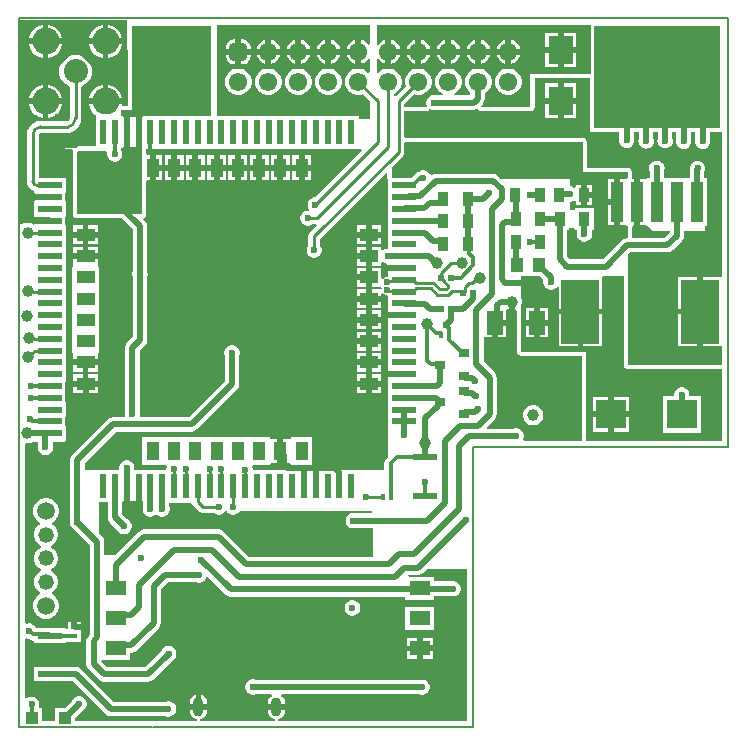
<source format=gtl>
G04*
G04 #@! TF.GenerationSoftware,Altium Limited,Altium Designer,21.2.2 (38)*
G04*
G04 Layer_Physical_Order=1*
G04 Layer_Color=255*
%FSLAX25Y25*%
%MOIN*%
G70*
G04*
G04 #@! TF.SameCoordinates,1EE3EA90-B843-4F6A-96F8-F7B062EE76D3*
G04*
G04*
G04 #@! TF.FilePolarity,Positive*
G04*
G01*
G75*
%ADD10C,0.01968*%
%ADD15C,0.00787*%
%ADD16C,0.01000*%
%ADD23R,0.06693X0.05118*%
%ADD24R,0.01575X0.02362*%
%ADD25R,0.02362X0.01575*%
%ADD26R,0.07874X0.02165*%
%ADD27R,0.03937X0.03937*%
%ADD28C,0.03937*%
%ADD29R,0.03543X0.04724*%
%ADD30R,0.04134X0.04724*%
%ADD31R,0.02165X0.02362*%
%ADD32R,0.03543X0.03150*%
%ADD33R,0.05512X0.07874*%
%ADD34R,0.12598X0.21260*%
%ADD35R,0.10039X0.09646*%
%ADD36R,0.08465X0.09646*%
%ADD37R,0.07874X0.02362*%
%ADD38R,0.04331X0.06299*%
%ADD39R,0.06299X0.04331*%
%ADD40R,0.02362X0.07874*%
%ADD65C,0.08000*%
%ADD66C,0.01155*%
%ADD67R,0.42126X0.33858*%
%ADD68R,0.03937X0.13386*%
%ADD69C,0.01378*%
%ADD70C,0.06102*%
G04:AMPARAMS|DCode=71|XSize=61.02mil|YSize=61.02mil|CornerRadius=15.26mil|HoleSize=0mil|Usage=FLASHONLY|Rotation=0.000|XOffset=0mil|YOffset=0mil|HoleType=Round|Shape=RoundedRectangle|*
%AMROUNDEDRECTD71*
21,1,0.06102,0.03051,0,0,0.0*
21,1,0.03051,0.06102,0,0,0.0*
1,1,0.03051,0.01526,-0.01526*
1,1,0.03051,-0.01526,-0.01526*
1,1,0.03051,-0.01526,0.01526*
1,1,0.03051,0.01526,0.01526*
%
%ADD71ROUNDEDRECTD71*%
%ADD72O,0.03543X0.06299*%
%ADD73C,0.05200*%
%ADD74C,0.05900*%
%ADD75C,0.09000*%
%ADD76C,0.02362*%
G36*
X116929Y227567D02*
X116429Y227433D01*
X116352Y227566D01*
X115598Y228321D01*
X114674Y228854D01*
X114094Y229009D01*
Y225079D01*
Y221148D01*
X114674Y221304D01*
X115598Y221837D01*
X116352Y222591D01*
X116429Y222725D01*
X116929Y222591D01*
Y218231D01*
X116429Y218024D01*
X115830Y218623D01*
X114820Y219206D01*
X113693Y219508D01*
X112527D01*
X111401Y219206D01*
X110391Y218623D01*
X109566Y217798D01*
X108983Y216788D01*
X108681Y215662D01*
Y214496D01*
X108983Y213369D01*
X109566Y212359D01*
X110391Y211535D01*
X111401Y210951D01*
X112527Y210650D01*
X113693D01*
X114544Y210878D01*
X116929Y208493D01*
Y202776D01*
X113327D01*
Y203622D01*
X65945D01*
Y233898D01*
X116929D01*
Y227567D01*
D02*
G37*
G36*
X190614Y233917D02*
Y217717D01*
X170472D01*
Y206693D01*
X154158D01*
X153966Y207155D01*
X154616Y207805D01*
X155139Y208586D01*
X155322Y209508D01*
Y211241D01*
X155830Y211535D01*
X156654Y212359D01*
X157238Y213369D01*
X157539Y214496D01*
Y215662D01*
X157238Y216788D01*
X156654Y217798D01*
X155830Y218623D01*
X154820Y219206D01*
X153693Y219508D01*
X152527D01*
X151401Y219206D01*
X150391Y218623D01*
X149566Y217798D01*
X148983Y216788D01*
X148681Y215662D01*
Y214496D01*
X148983Y213369D01*
X149566Y212359D01*
X150391Y211535D01*
X150505Y211469D01*
Y210538D01*
X145104D01*
X144970Y211038D01*
X145830Y211535D01*
X146654Y212359D01*
X147238Y213369D01*
X147539Y214496D01*
Y215662D01*
X147238Y216788D01*
X146654Y217798D01*
X145830Y218623D01*
X144820Y219206D01*
X143693Y219508D01*
X142527D01*
X141401Y219206D01*
X140391Y218623D01*
X139566Y217798D01*
X138983Y216788D01*
X138681Y215662D01*
Y214496D01*
X138983Y213369D01*
X139566Y212359D01*
X140391Y211535D01*
X141250Y211038D01*
X141116Y210538D01*
X139186D01*
X138624Y210689D01*
X137951D01*
X137300Y210515D01*
X136716Y210178D01*
X136240Y209701D01*
X135903Y209118D01*
X135728Y208467D01*
Y207793D01*
X135889Y207193D01*
X135849Y207017D01*
X135662Y206693D01*
X128470D01*
Y207731D01*
X131630Y210890D01*
X132527Y210650D01*
X133693D01*
X134820Y210951D01*
X135830Y211535D01*
X136654Y212359D01*
X137238Y213369D01*
X137539Y214496D01*
Y215662D01*
X137238Y216788D01*
X136654Y217798D01*
X135830Y218623D01*
X134820Y219206D01*
X133693Y219508D01*
X132527D01*
X131401Y219206D01*
X130391Y218623D01*
X129566Y217798D01*
X128983Y216788D01*
X128681Y215662D01*
Y214496D01*
X128922Y213598D01*
X125525Y210201D01*
X125025Y210408D01*
Y211070D01*
X125830Y211535D01*
X126654Y212359D01*
X127237Y213369D01*
X127539Y214496D01*
Y215662D01*
X127237Y216788D01*
X126654Y217798D01*
X125830Y218623D01*
X124820Y219206D01*
X123693Y219508D01*
X122527D01*
X121401Y219206D01*
X120391Y218623D01*
X119791Y218024D01*
X119291Y218231D01*
Y222591D01*
X119791Y222725D01*
X119869Y222591D01*
X120623Y221837D01*
X121546Y221304D01*
X122126Y221148D01*
Y225079D01*
Y229009D01*
X121546Y228854D01*
X120623Y228321D01*
X119869Y227566D01*
X119791Y227433D01*
X119291Y227567D01*
Y233917D01*
X190614Y233917D01*
D02*
G37*
G36*
X36205Y216012D02*
Y207007D01*
X34541D01*
X34236Y207404D01*
X34277Y207555D01*
X28846D01*
X23416D01*
X23721Y206416D01*
X24445Y205162D01*
X25469Y204138D01*
X25643Y204038D01*
X25532Y203622D01*
X25532D01*
Y193531D01*
X19842D01*
X19305Y193424D01*
X18849Y193119D01*
X18731Y193001D01*
X15264Y193000D01*
X15263Y183150D01*
X6628D01*
Y197365D01*
X6626Y197374D01*
X6684Y197666D01*
X6854Y197921D01*
X7110Y198091D01*
X7334Y198136D01*
X16466D01*
X16516Y198146D01*
X17524Y198279D01*
X18510Y198687D01*
X19317Y199306D01*
X19359Y199334D01*
X19362Y199331D01*
X20167Y200379D01*
X20673Y201601D01*
X20845Y202911D01*
X20840D01*
Y213506D01*
X20922Y213528D01*
X22149Y214236D01*
X23150Y215237D01*
X23858Y216464D01*
X24224Y217831D01*
Y219247D01*
X23858Y220615D01*
X23150Y221842D01*
X22149Y222843D01*
X20922Y223551D01*
X19555Y223917D01*
X18138D01*
X16771Y223551D01*
X15544Y222843D01*
X14543Y221842D01*
X13835Y220615D01*
X13468Y219247D01*
Y217831D01*
X13835Y216464D01*
X14543Y215237D01*
X15544Y214236D01*
X16771Y213528D01*
X16853Y213506D01*
Y202911D01*
X16857Y202888D01*
X16790Y202552D01*
X16761Y202506D01*
X16466Y202128D01*
X16462Y202124D01*
X7470D01*
X7156Y202124D01*
X6975Y202088D01*
Y202088D01*
X6869Y202067D01*
X6175Y201975D01*
X5024Y201499D01*
X4036Y200740D01*
X3277Y199751D01*
X2800Y198600D01*
X2638Y197365D01*
X2640D01*
X2640Y197365D01*
Y181824D01*
X2670Y181672D01*
X2762Y180973D01*
X3091Y180180D01*
X3520Y179620D01*
X3606Y179492D01*
X3760Y179388D01*
X4245Y179017D01*
X4979Y178713D01*
X5059Y178702D01*
Y178032D01*
X5437D01*
Y177638D01*
X10374D01*
Y175669D01*
X5437D01*
Y175276D01*
X5059D01*
Y170158D01*
X5437D01*
Y169764D01*
X10374D01*
Y167795D01*
X5437D01*
Y167685D01*
X5117Y167546D01*
X4937Y167499D01*
X4665Y167656D01*
X4205Y167922D01*
X3354Y168150D01*
X2473D01*
X1622Y167922D01*
X991Y167557D01*
X491Y167761D01*
X494Y235780D01*
X36165Y235780D01*
X36205Y216012D01*
D02*
G37*
G36*
X64114Y203622D02*
X41280D01*
Y203244D01*
X40886D01*
Y198307D01*
Y193370D01*
X41102D01*
Y191024D01*
X41083D01*
Y181968D01*
X41102D01*
Y171043D01*
X19252D01*
Y191535D01*
X19842Y192126D01*
X29111D01*
X29462Y191626D01*
X29370Y191282D01*
Y190608D01*
X29544Y189957D01*
X29881Y189374D01*
X30358Y188897D01*
X30941Y188560D01*
X31592Y188386D01*
X32266D01*
X32917Y188560D01*
X33500Y188897D01*
X33977Y189374D01*
X34314Y189957D01*
X34488Y190608D01*
Y191282D01*
X34314Y191933D01*
X34135Y192242D01*
Y192992D01*
X34587D01*
Y193370D01*
X34980D01*
Y198307D01*
Y203244D01*
X34587D01*
Y203622D01*
X34016D01*
Y205602D01*
X37595D01*
X37610Y205587D01*
Y233748D01*
X37622Y233819D01*
X64114D01*
X64114Y203622D01*
D02*
G37*
G36*
X190236Y198366D02*
X200170D01*
Y196424D01*
X200086Y196219D01*
X199998Y195551D01*
X200086Y194883D01*
X200343Y194261D01*
X200754Y193726D01*
X201288Y193316D01*
X201911Y193058D01*
X202579Y192970D01*
X203247Y193058D01*
X203869Y193316D01*
X204404Y193726D01*
X204814Y194261D01*
X205072Y194883D01*
X205160Y195551D01*
X205072Y196219D01*
X204987Y196424D01*
Y198366D01*
X206627D01*
Y196266D01*
X206542Y196062D01*
X206454Y195394D01*
X206542Y194726D01*
X206800Y194103D01*
X207210Y193569D01*
X207745Y193158D01*
X208367Y192901D01*
X209035Y192813D01*
X209703Y192901D01*
X210326Y193158D01*
X210861Y193569D01*
X211271Y194103D01*
X211529Y194726D01*
X211617Y195394D01*
X211529Y196062D01*
X211444Y196266D01*
Y198366D01*
X213005D01*
Y196325D01*
X212920Y196121D01*
X212832Y195453D01*
X212920Y194785D01*
X213178Y194162D01*
X213588Y193628D01*
X214123Y193217D01*
X214745Y192960D01*
X215413Y192872D01*
X216081Y192960D01*
X216704Y193217D01*
X217238Y193628D01*
X217649Y194162D01*
X217907Y194785D01*
X217994Y195453D01*
X217907Y196121D01*
X217822Y196325D01*
Y198366D01*
X219147D01*
Y196207D01*
X219062Y196003D01*
X218974Y195335D01*
X219062Y194667D01*
X219320Y194044D01*
X219730Y193509D01*
X220265Y193099D01*
X220887Y192841D01*
X221555Y192754D01*
X222223Y192841D01*
X222846Y193099D01*
X223380Y193509D01*
X223790Y194044D01*
X224048Y194667D01*
X224136Y195335D01*
X224048Y196003D01*
X223964Y196207D01*
Y198366D01*
X225485D01*
Y196207D01*
X225400Y196003D01*
X225313Y195335D01*
X225400Y194667D01*
X225658Y194044D01*
X226069Y193509D01*
X226603Y193099D01*
X227226Y192841D01*
X227894Y192754D01*
X228562Y192841D01*
X229184Y193099D01*
X229719Y193509D01*
X230129Y194044D01*
X230387Y194667D01*
X230475Y195335D01*
X230387Y196003D01*
X230302Y196207D01*
Y198366D01*
X234193D01*
X234193Y150134D01*
X227913D01*
Y138504D01*
Y126874D01*
X234193D01*
Y120728D01*
X203051Y120728D01*
X203051Y125236D01*
X203012Y125276D01*
Y157539D01*
X203655Y158182D01*
X216161D01*
X217083Y158365D01*
X217864Y158888D01*
X221073Y162096D01*
X221595Y162878D01*
X221779Y163799D01*
Y165394D01*
X228642D01*
Y166870D01*
X229410D01*
Y183012D01*
X228642D01*
Y183051D01*
X228471D01*
Y185063D01*
X228674Y185552D01*
X228762Y186221D01*
X228674Y186889D01*
X228416Y187511D01*
X228006Y188046D01*
X227472Y188456D01*
X226849Y188714D01*
X226181Y188802D01*
X225513Y188714D01*
X224890Y188456D01*
X224356Y188046D01*
X223946Y187511D01*
X223688Y186889D01*
X223600Y186221D01*
X223655Y185806D01*
Y183051D01*
X215076D01*
Y185411D01*
X215151Y185592D01*
X215239Y186260D01*
X215151Y186928D01*
X214893Y187550D01*
X214483Y188085D01*
X213948Y188495D01*
X213326Y188753D01*
X212657Y188841D01*
X211989Y188753D01*
X211367Y188495D01*
X210832Y188085D01*
X210422Y187550D01*
X210164Y186928D01*
X210076Y186260D01*
X210164Y185592D01*
X210259Y185364D01*
Y183012D01*
X209331D01*
Y182929D01*
X208953Y182634D01*
X206968D01*
Y174941D01*
Y167248D01*
X208953D01*
X209331Y166953D01*
Y166870D01*
X209705D01*
X211181Y165394D01*
X216962D01*
Y164797D01*
X215164Y162999D01*
X204837D01*
X204395Y163329D01*
X204393Y163331D01*
X204392Y166748D01*
X204544Y167005D01*
X204820Y167248D01*
X205000D01*
Y174941D01*
Y182634D01*
X204711D01*
X204710Y182634D01*
X204348Y183069D01*
X204340Y183134D01*
X204383Y183353D01*
X204383Y183353D01*
X204383Y183353D01*
X204382Y184942D01*
X204329Y185209D01*
X204275Y185479D01*
X204275Y185479D01*
X204275Y185479D01*
X204122Y185708D01*
X203971Y185934D01*
X203971Y185935D01*
X203970Y185935D01*
X203744Y186086D01*
X203515Y186239D01*
X203515Y186239D01*
X203515Y186239D01*
X203244Y186293D01*
X202977Y186346D01*
X189259D01*
Y195037D01*
X189206Y195307D01*
X189153Y195574D01*
X189153Y195574D01*
X189152Y195575D01*
X189000Y195803D01*
X188849Y196030D01*
X188848Y196030D01*
X188848Y196031D01*
X188619Y196184D01*
X188393Y196335D01*
X188393Y196335D01*
X188392Y196335D01*
X188123Y196389D01*
X187856Y196442D01*
X128825Y196512D01*
X128822Y196515D01*
X128470Y196952D01*
Y205288D01*
X135662D01*
X135842Y205324D01*
X136026Y205336D01*
X136109Y205377D01*
X136200Y205395D01*
X136353Y205497D01*
X136517Y205578D01*
X136579Y205648D01*
X136656Y205699D01*
X136758Y205852D01*
X136772Y205869D01*
X137058Y205869D01*
X137619Y205637D01*
X138287Y205549D01*
X138955Y205637D01*
X139160Y205721D01*
X151535D01*
X152315Y205877D01*
X153046Y205877D01*
X153164Y205699D01*
X153620Y205395D01*
X154158Y205288D01*
X170472D01*
X171010Y205395D01*
X171466Y205699D01*
X171770Y206155D01*
X171877Y206693D01*
Y216312D01*
X190236D01*
Y198366D01*
D02*
G37*
G36*
X187854Y195037D02*
Y184941D01*
X202977D01*
X202978Y183352D01*
X202638Y183012D01*
X202638Y183012D01*
X202289Y182656D01*
X202260Y182634D01*
X202138Y182634D01*
X200276D01*
Y174941D01*
Y167248D01*
X202138D01*
X202260Y167248D01*
X202638Y166953D01*
Y166870D01*
X202987D01*
X202988Y163330D01*
X202658Y162999D01*
X201736Y162816D01*
X200954Y162294D01*
X194573Y155912D01*
X183635D01*
X182625Y156923D01*
Y165630D01*
X183366D01*
Y166290D01*
X184981Y166293D01*
X185335Y165940D01*
Y165630D01*
X186076D01*
Y165058D01*
X185945Y164569D01*
Y163895D01*
X186119Y163244D01*
X186456Y162661D01*
X186933Y162185D01*
X187516Y161848D01*
X188167Y161673D01*
X188841D01*
X189492Y161848D01*
X190075Y162185D01*
X190552Y162661D01*
X190889Y163244D01*
X191063Y163895D01*
Y164569D01*
X190913Y165130D01*
X191149Y165630D01*
X191634D01*
Y173110D01*
X185335D01*
Y172500D01*
X183701D01*
Y175069D01*
X184038D01*
X184688Y175243D01*
X185134Y175500D01*
X185634Y175293D01*
Y173961D01*
X187421D01*
Y177323D01*
Y180685D01*
X185634D01*
Y179963D01*
X185134Y179755D01*
X184688Y180013D01*
X184038Y180187D01*
X183701D01*
Y182756D01*
X160749Y182756D01*
X159813Y183691D01*
X159032Y184213D01*
X158110Y184397D01*
X138917D01*
X137996Y184213D01*
X137651Y183983D01*
X137097Y184214D01*
X136836Y184666D01*
X136359Y185143D01*
X135775Y185479D01*
X135125Y185654D01*
X134451D01*
X133800Y185479D01*
X133216Y185143D01*
X132972Y184898D01*
X132750Y184853D01*
X132066Y184397D01*
X130819Y183150D01*
X124193D01*
Y186702D01*
X127909Y190418D01*
X128324Y191039D01*
X128470Y191772D01*
X128470Y191772D01*
Y194754D01*
X128824Y195107D01*
X187854Y195037D01*
D02*
G37*
G36*
X114251Y192314D02*
X98611Y176673D01*
X98423D01*
X97772Y176499D01*
X97189Y176162D01*
X96712Y175686D01*
X96375Y175102D01*
X96201Y174451D01*
Y173777D01*
X96375Y173126D01*
X96664Y172626D01*
X96566Y172333D01*
X96422Y172126D01*
X96061D01*
X95410Y171952D01*
X94826Y171615D01*
X94350Y171138D01*
X94013Y170555D01*
X93839Y169904D01*
Y169230D01*
X94013Y168579D01*
X94350Y167996D01*
X94826Y167519D01*
X95410Y167182D01*
X96061Y167008D01*
X96735D01*
X97385Y167182D01*
X97969Y167519D01*
X98102Y167652D01*
X99021D01*
X99228Y167152D01*
X97052Y164976D01*
X96636Y164355D01*
X96491Y163622D01*
X96491Y163622D01*
Y160602D01*
X96358Y160469D01*
X96021Y159885D01*
X95846Y159234D01*
Y158561D01*
X96021Y157910D01*
X96358Y157326D01*
X96834Y156850D01*
X97418Y156513D01*
X98069Y156339D01*
X98742D01*
X99393Y156513D01*
X99977Y156850D01*
X100453Y157326D01*
X100790Y157910D01*
X100965Y158561D01*
Y159234D01*
X100790Y159885D01*
X100453Y160469D01*
X100320Y160602D01*
Y162829D01*
X122326Y184835D01*
X122788Y184643D01*
Y183150D01*
X122895Y182612D01*
X123049Y182381D01*
X123045Y159468D01*
X122596D01*
X121945Y159294D01*
X121362Y158957D01*
X121323Y158918D01*
X120823Y159125D01*
Y160134D01*
X117657D01*
Y156968D01*
Y153803D01*
X120823D01*
Y154694D01*
X121323Y154901D01*
X121362Y154862D01*
X121945Y154525D01*
X122596Y154350D01*
X122690D01*
X123044Y153997D01*
X123043Y150076D01*
X122853Y149949D01*
X122226D01*
X121647Y149709D01*
X121323Y149384D01*
X120823Y149552D01*
Y153047D01*
X117657D01*
Y149882D01*
Y146717D01*
X120757D01*
X121137Y146346D01*
X121131Y146333D01*
X120823Y145961D01*
X120477Y145961D01*
X117657D01*
Y143780D01*
X120823D01*
Y144440D01*
X121323Y144607D01*
X121647Y144283D01*
X122226Y144043D01*
X122542D01*
X123042Y143622D01*
X123032Y89969D01*
X122447Y89384D01*
X121990Y88700D01*
X121830Y87894D01*
Y85768D01*
X77913D01*
Y86085D01*
X77739Y86736D01*
X77598Y86980D01*
X77886Y87480D01*
X83602D01*
Y87564D01*
X83980Y87858D01*
X84102Y87858D01*
X86161D01*
Y92008D01*
Y96157D01*
X84102D01*
X83980Y96157D01*
X83602Y96452D01*
Y96535D01*
X76516D01*
Y96535D01*
X76016Y96535D01*
X69429D01*
X69429Y96535D01*
X68957Y96535D01*
X62843D01*
X62343Y96535D01*
Y96535D01*
X62343D01*
Y96535D01*
X55756D01*
X55256Y96535D01*
Y96535D01*
X55256D01*
Y96535D01*
X48669D01*
X48169Y96535D01*
X47669Y96535D01*
X41083D01*
Y87480D01*
X47669D01*
X48169Y87480D01*
X49104Y87480D01*
X49393Y86980D01*
X49308Y86834D01*
X49134Y86183D01*
Y85768D01*
X38754D01*
X38484Y86120D01*
Y86794D01*
X38310Y87444D01*
X37973Y88028D01*
X37497Y88504D01*
X36913Y88841D01*
X36262Y89016D01*
X35588D01*
X34937Y88841D01*
X34354Y88504D01*
X33877Y88028D01*
X33541Y87444D01*
X33366Y86794D01*
Y86120D01*
X33096Y85768D01*
X21857D01*
Y87998D01*
X32336Y98477D01*
X57579D01*
X58500Y98661D01*
X59282Y99183D01*
X72707Y112608D01*
X73229Y113389D01*
X73412Y114311D01*
Y123747D01*
X73563Y124309D01*
Y124983D01*
X73389Y125633D01*
X73052Y126217D01*
X72575Y126693D01*
X71992Y127030D01*
X71341Y127205D01*
X70667D01*
X70016Y127030D01*
X69433Y126693D01*
X68956Y126217D01*
X68619Y125633D01*
X68445Y124983D01*
Y124309D01*
X68595Y123747D01*
Y115309D01*
X56581Y103294D01*
X40634D01*
X40269Y103794D01*
X40354Y104112D01*
Y104786D01*
X40204Y105348D01*
Y125485D01*
X42018Y127299D01*
X42540Y128080D01*
X42723Y129002D01*
Y150139D01*
X42854Y150628D01*
Y151302D01*
X42723Y151790D01*
Y166909D01*
X42540Y167831D01*
X42018Y168613D01*
X41436Y169195D01*
X41600Y169737D01*
X41640Y169745D01*
X42096Y170050D01*
X42400Y170506D01*
X42507Y171043D01*
Y181968D01*
X42857Y182346D01*
X43642D01*
Y186496D01*
Y190646D01*
X42857D01*
X42507Y191024D01*
Y192776D01*
X114060Y192776D01*
X114251Y192314D01*
D02*
G37*
G36*
X201607Y125276D02*
X201614Y125239D01*
Y120138D01*
X201788D01*
X202058Y119735D01*
X202514Y119430D01*
X203051Y119323D01*
X234193Y119323D01*
X234232Y119291D01*
Y95394D01*
X189154Y95394D01*
X189113Y125024D01*
X167666Y125024D01*
X167313Y125377D01*
X167321Y140177D01*
X167508Y140500D01*
X167736Y141351D01*
Y142232D01*
X167508Y143083D01*
X167323Y143402D01*
X167327Y150335D01*
X169468D01*
Y150394D01*
X170059D01*
Y150335D01*
X173543D01*
X174819Y149058D01*
Y148925D01*
X174744Y148644D01*
Y147970D01*
X174918Y147319D01*
X175255Y146736D01*
X175732Y146259D01*
X176315Y145922D01*
X176966Y145748D01*
X177640D01*
X178291Y145922D01*
X178874Y146259D01*
X179351Y146736D01*
X179366Y146762D01*
X179866Y146628D01*
Y139488D01*
X187165D01*
X194465D01*
Y149894D01*
X194465Y150134D01*
X194857Y150394D01*
X201607D01*
Y125276D01*
D02*
G37*
G36*
X165373Y138982D02*
X165416Y138993D01*
X165916Y138735D01*
X165908Y125378D01*
X165908Y125378D01*
X165908Y125378D01*
X165961Y125111D01*
X166014Y124840D01*
X166014Y124840D01*
X166014Y124840D01*
X166162Y124619D01*
X166318Y124384D01*
X166319Y124384D01*
X166319Y124384D01*
X166672Y124030D01*
X166672Y124030D01*
X166673Y124030D01*
X166914Y123869D01*
X167128Y123726D01*
X167128Y123726D01*
X167128Y123726D01*
X167398Y123672D01*
X167666Y123619D01*
X167666Y123619D01*
X167666Y123619D01*
X187710Y123619D01*
X187748Y95748D01*
X187395Y95394D01*
X168255D01*
X167967Y95894D01*
X168074Y96079D01*
X168248Y96730D01*
Y97404D01*
X168074Y98055D01*
X167737Y98638D01*
X167260Y99115D01*
X166677Y99452D01*
X166026Y99626D01*
X165352D01*
X164790Y99475D01*
X156121D01*
X155930Y99937D01*
X158656Y102663D01*
X159178Y103445D01*
X159361Y104366D01*
Y116437D01*
X159178Y117359D01*
X158656Y118140D01*
X154904Y121891D01*
Y129847D01*
X157579D01*
Y134784D01*
X158563D01*
Y135768D01*
X162319D01*
Y138981D01*
X162819Y139270D01*
X163243Y139025D01*
X163405Y138982D01*
Y141791D01*
X165373D01*
Y138982D01*
D02*
G37*
G36*
X18089Y192276D02*
X17954Y192073D01*
X17847Y191535D01*
Y171043D01*
X17954Y170506D01*
X18259Y170050D01*
X18714Y169745D01*
X19252Y169638D01*
X34180D01*
X37907Y165912D01*
Y151937D01*
X37736Y151302D01*
Y150628D01*
X37907Y149992D01*
Y129999D01*
X36092Y128185D01*
X35570Y127404D01*
X35387Y126482D01*
Y105348D01*
X35236Y104786D01*
Y104112D01*
X35321Y103794D01*
X34956Y103294D01*
X31339D01*
X30417Y103111D01*
X29636Y102589D01*
X17746Y90699D01*
X17224Y89918D01*
X17040Y88996D01*
Y85768D01*
Y69344D01*
X16890Y68782D01*
Y68108D01*
X17064Y67457D01*
X17401Y66874D01*
X17877Y66397D01*
X18381Y66106D01*
X23674Y60813D01*
Y30860D01*
X23199Y30384D01*
X22676Y29603D01*
X22493Y28681D01*
Y21004D01*
X22676Y20082D01*
X23199Y19301D01*
X26683Y15817D01*
X27464Y15294D01*
X28386Y15111D01*
X42913D01*
X43835Y15294D01*
X44616Y15817D01*
X50930Y22130D01*
X51433Y22421D01*
X51910Y22897D01*
X52247Y23481D01*
X52421Y24132D01*
Y24805D01*
X52247Y25456D01*
X51910Y26040D01*
X51433Y26516D01*
X50850Y26853D01*
X50199Y27028D01*
X49525D01*
X48874Y26853D01*
X48291Y26516D01*
X47814Y26040D01*
X47524Y25536D01*
X41916Y19928D01*
X29383D01*
X27512Y21799D01*
X27775Y22244D01*
X37095D01*
Y24792D01*
X37495D01*
X38417Y24975D01*
X39198Y25497D01*
X46565Y32864D01*
X47087Y33645D01*
X47271Y34567D01*
Y45892D01*
X49642Y48263D01*
X59099D01*
X59661Y48113D01*
X60334D01*
X60985Y48287D01*
X61569Y48624D01*
X62045Y49101D01*
X62382Y49684D01*
X62437Y49887D01*
X62994Y50037D01*
X68868Y44163D01*
X69649Y43641D01*
X70571Y43458D01*
X128831D01*
Y42244D01*
X138279D01*
Y43723D01*
X143634D01*
X143678Y43698D01*
X144328Y43524D01*
X145002D01*
X145653Y43698D01*
X146237Y44035D01*
X146713Y44511D01*
X147050Y45095D01*
X147224Y45746D01*
Y46420D01*
X147050Y47070D01*
X146713Y47654D01*
X146237Y48130D01*
X145653Y48467D01*
X145002Y48642D01*
X144328D01*
X143950Y48540D01*
X138279D01*
Y50118D01*
X130066D01*
X129798Y50618D01*
X129828Y50662D01*
X133031D01*
X133953Y50846D01*
X134734Y51368D01*
X135926Y52559D01*
X149232D01*
Y2146D01*
X86370D01*
X86337Y2646D01*
X86550Y2674D01*
X87225Y2953D01*
X87804Y3397D01*
X88248Y3976D01*
X88527Y4651D01*
X88622Y5374D01*
Y5768D01*
X85827D01*
X83031D01*
Y5374D01*
X83126Y4651D01*
X83406Y3976D01*
X83850Y3397D01*
X84429Y2953D01*
X85103Y2674D01*
X85316Y2646D01*
X85283Y2146D01*
X60386D01*
X60353Y2646D01*
X60566Y2674D01*
X61240Y2953D01*
X61819Y3397D01*
X62264Y3976D01*
X62543Y4651D01*
X62638Y5374D01*
Y5768D01*
X59842D01*
X57047D01*
Y5374D01*
X57142Y4651D01*
X57421Y3976D01*
X57866Y3397D01*
X58445Y2953D01*
X59119Y2674D01*
X59332Y2646D01*
X59299Y2146D01*
X18657D01*
Y2842D01*
X21408Y5593D01*
X21642Y5728D01*
X22119Y6204D01*
X22456Y6788D01*
X22630Y7439D01*
Y8112D01*
X22456Y8763D01*
X22119Y9347D01*
X21642Y9823D01*
X21059Y10160D01*
X20408Y10335D01*
X19734D01*
X19083Y10160D01*
X18500Y9823D01*
X18023Y9347D01*
X17686Y8763D01*
X17657Y8653D01*
X15251Y6248D01*
X11965D01*
Y2146D01*
X7634D01*
Y6248D01*
X6911D01*
X6630Y6748D01*
X6760Y7234D01*
Y7908D01*
X6585Y8559D01*
X6248Y9142D01*
X5772Y9619D01*
X5189Y9956D01*
X4538Y10130D01*
X3864D01*
X3213Y9956D01*
X2630Y9619D01*
X2626Y9615D01*
X2126Y9822D01*
Y29179D01*
X2626Y29550D01*
X2931Y29469D01*
X3113D01*
X3225Y29356D01*
X3909Y28899D01*
X4715Y28739D01*
X4980D01*
Y27992D01*
X15610D01*
Y28345D01*
X18030D01*
X18827Y28504D01*
X20807D01*
Y32441D01*
X20626D01*
Y32441D01*
X18630D01*
X18445Y32478D01*
Y33228D01*
X17461D01*
Y35016D01*
X16264D01*
Y32560D01*
X15610D01*
Y32913D01*
X10105D01*
X9902Y32954D01*
X5669D01*
X5652Y33015D01*
X5316Y33599D01*
X4839Y34075D01*
X4256Y34412D01*
X3605Y34587D01*
X2931D01*
X2626Y34505D01*
X2126Y34876D01*
Y94417D01*
X2296Y94547D01*
X3177D01*
X4028Y94775D01*
X4219Y94886D01*
X6410D01*
Y94127D01*
X6260Y93565D01*
Y92891D01*
X6434Y92241D01*
X6771Y91657D01*
X7248Y91181D01*
X7831Y90844D01*
X8482Y90669D01*
X9156D01*
X9807Y90844D01*
X10390Y91181D01*
X10867Y91657D01*
X11203Y92241D01*
X11378Y92891D01*
Y93565D01*
X11227Y94127D01*
Y94886D01*
X15512D01*
Y95354D01*
X15689D01*
Y100472D01*
X15512D01*
Y103228D01*
X15689D01*
Y108346D01*
X15512D01*
X15512Y115039D01*
X15689D01*
Y118976D01*
Y122913D01*
Y126850D01*
Y130787D01*
Y134724D01*
Y138661D01*
Y142598D01*
Y146535D01*
Y150472D01*
Y154410D01*
Y158346D01*
Y162284D01*
Y167402D01*
X15512D01*
Y170158D01*
X15689D01*
Y175276D01*
X15512D01*
Y178032D01*
X15689D01*
Y183150D01*
X15512D01*
Y192776D01*
X17822D01*
X18089Y192276D01*
D02*
G37*
G36*
X40886Y75260D02*
X41280D01*
Y74882D01*
X41430D01*
Y73746D01*
X41395Y73685D01*
X41221Y73034D01*
Y72360D01*
X41395Y71709D01*
X41732Y71126D01*
X42208Y70649D01*
X42792Y70312D01*
X43443Y70138D01*
X44116D01*
X44767Y70312D01*
X45351Y70649D01*
X45738Y71036D01*
X46145Y70629D01*
X46729Y70293D01*
X47380Y70118D01*
X48053D01*
X48704Y70293D01*
X49288Y70629D01*
X49764Y71106D01*
X50101Y71689D01*
X50276Y72340D01*
Y73014D01*
X50125Y73576D01*
Y74587D01*
X57205D01*
X59842Y71949D01*
X59922D01*
X60448Y71597D01*
X61181Y71451D01*
X64851D01*
X64984Y71318D01*
X65567Y70982D01*
X66218Y70807D01*
X66892D01*
X67543Y70982D01*
X68126Y71318D01*
X68603Y71795D01*
X68692Y71949D01*
X69245D01*
X69350Y71767D01*
X69826Y71291D01*
X70410Y70954D01*
X71061Y70780D01*
X71735D01*
X72385Y70954D01*
X72969Y71291D01*
X73445Y71767D01*
X73550Y71949D01*
X117597D01*
X117698Y71632D01*
X117356Y71208D01*
X112468D01*
X111833Y71378D01*
X111159D01*
X110508Y71204D01*
X109925Y70867D01*
X109448Y70390D01*
X109111Y69807D01*
X108937Y69156D01*
Y68482D01*
X109111Y67831D01*
X109448Y67248D01*
X109925Y66771D01*
X110508Y66434D01*
X111159Y66260D01*
X111833D01*
X112321Y66391D01*
X117875D01*
X117884Y57113D01*
X117531Y56759D01*
X76706D01*
X68317Y65148D01*
X67536Y65670D01*
X66614Y65853D01*
X41791D01*
X40870Y65670D01*
X40088Y65148D01*
X32125Y57185D01*
X28491D01*
Y61811D01*
X28308Y62733D01*
X27786Y63514D01*
X26686Y64613D01*
X26726Y74882D01*
X29619D01*
Y69862D01*
X29802Y68941D01*
X30325Y68159D01*
X32661Y65822D01*
X32952Y65319D01*
X33429Y64842D01*
X34012Y64505D01*
X34663Y64331D01*
X35337D01*
X35988Y64505D01*
X36571Y64842D01*
X37048Y65319D01*
X37385Y65902D01*
X37559Y66553D01*
Y67227D01*
X37385Y67878D01*
X37048Y68461D01*
X36571Y68937D01*
X36068Y69228D01*
X34436Y70860D01*
Y74882D01*
X34587D01*
Y75260D01*
X34980D01*
Y80197D01*
X36949D01*
Y75260D01*
X38917D01*
Y80197D01*
X40886D01*
Y75260D01*
D02*
G37*
%LPC*%
G36*
X112126Y229009D02*
X111547Y228854D01*
X110623Y228321D01*
X109869Y227566D01*
X109335Y226642D01*
X109180Y226063D01*
X112126D01*
Y229009D01*
D02*
G37*
G36*
X104095D02*
Y226063D01*
X107041D01*
X106885Y226642D01*
X106352Y227566D01*
X105598Y228321D01*
X104674Y228854D01*
X104095Y229009D01*
D02*
G37*
G36*
X102126D02*
X101547Y228854D01*
X100623Y228321D01*
X99869Y227566D01*
X99335Y226642D01*
X99180Y226063D01*
X102126D01*
Y229009D01*
D02*
G37*
G36*
X94095D02*
Y226063D01*
X97041D01*
X96885Y226642D01*
X96352Y227566D01*
X95598Y228321D01*
X94674Y228854D01*
X94095Y229009D01*
D02*
G37*
G36*
X92126D02*
X91546Y228854D01*
X90623Y228321D01*
X89868Y227566D01*
X89335Y226642D01*
X89180Y226063D01*
X92126D01*
Y229009D01*
D02*
G37*
G36*
X84095D02*
Y226063D01*
X87041D01*
X86885Y226642D01*
X86352Y227566D01*
X85598Y228321D01*
X84674Y228854D01*
X84095Y229009D01*
D02*
G37*
G36*
X82126D02*
X81546Y228854D01*
X80623Y228321D01*
X79869Y227566D01*
X79335Y226642D01*
X79180Y226063D01*
X82126D01*
Y229009D01*
D02*
G37*
G36*
X74636Y229179D02*
X74094D01*
Y226063D01*
X77211D01*
Y226604D01*
X77015Y227590D01*
X76457Y228425D01*
X75621Y228983D01*
X74636Y229179D01*
D02*
G37*
G36*
X72126D02*
X71585D01*
X70599Y228983D01*
X69764Y228425D01*
X69206Y227590D01*
X69010Y226604D01*
Y226063D01*
X72126D01*
Y229179D01*
D02*
G37*
G36*
X112126Y224095D02*
X109180D01*
X109335Y223515D01*
X109869Y222591D01*
X110623Y221837D01*
X111547Y221304D01*
X112126Y221148D01*
Y224095D01*
D02*
G37*
G36*
X107041D02*
X104095D01*
Y221148D01*
X104674Y221304D01*
X105598Y221837D01*
X106352Y222591D01*
X106885Y223515D01*
X107041Y224095D01*
D02*
G37*
G36*
X102126D02*
X99180D01*
X99335Y223515D01*
X99869Y222591D01*
X100623Y221837D01*
X101547Y221304D01*
X102126Y221148D01*
Y224095D01*
D02*
G37*
G36*
X97041D02*
X94095D01*
Y221148D01*
X94674Y221304D01*
X95598Y221837D01*
X96352Y222591D01*
X96885Y223515D01*
X97041Y224095D01*
D02*
G37*
G36*
X92126D02*
X89180D01*
X89335Y223515D01*
X89868Y222591D01*
X90623Y221837D01*
X91546Y221304D01*
X92126Y221148D01*
Y224095D01*
D02*
G37*
G36*
X87041D02*
X84095D01*
Y221148D01*
X84674Y221304D01*
X85598Y221837D01*
X86352Y222591D01*
X86885Y223515D01*
X87041Y224095D01*
D02*
G37*
G36*
X82126D02*
X79180D01*
X79335Y223515D01*
X79869Y222591D01*
X80623Y221837D01*
X81546Y221304D01*
X82126Y221148D01*
Y224095D01*
D02*
G37*
G36*
X77211D02*
X74094D01*
Y220978D01*
X74636D01*
X75621Y221174D01*
X76457Y221732D01*
X77015Y222568D01*
X77211Y223553D01*
Y224095D01*
D02*
G37*
G36*
X72126D02*
X69010D01*
Y223553D01*
X69206Y222568D01*
X69764Y221732D01*
X70599Y221174D01*
X71585Y220978D01*
X72126D01*
Y224095D01*
D02*
G37*
G36*
X103693Y219508D02*
X102527D01*
X101401Y219206D01*
X100391Y218623D01*
X99566Y217798D01*
X98983Y216788D01*
X98681Y215662D01*
Y214496D01*
X98983Y213369D01*
X99566Y212359D01*
X100391Y211535D01*
X101401Y210951D01*
X102527Y210650D01*
X103693D01*
X104820Y210951D01*
X105830Y211535D01*
X106654Y212359D01*
X107238Y213369D01*
X107539Y214496D01*
Y215662D01*
X107238Y216788D01*
X106654Y217798D01*
X105830Y218623D01*
X104820Y219206D01*
X103693Y219508D01*
D02*
G37*
G36*
X93693D02*
X92527D01*
X91401Y219206D01*
X90391Y218623D01*
X89566Y217798D01*
X88983Y216788D01*
X88681Y215662D01*
Y214496D01*
X88983Y213369D01*
X89566Y212359D01*
X90391Y211535D01*
X91401Y210951D01*
X92527Y210650D01*
X93693D01*
X94820Y210951D01*
X95830Y211535D01*
X96654Y212359D01*
X97237Y213369D01*
X97539Y214496D01*
Y215662D01*
X97237Y216788D01*
X96654Y217798D01*
X95830Y218623D01*
X94820Y219206D01*
X93693Y219508D01*
D02*
G37*
G36*
X83693D02*
X82527D01*
X81401Y219206D01*
X80391Y218623D01*
X79566Y217798D01*
X78983Y216788D01*
X78681Y215662D01*
Y214496D01*
X78983Y213369D01*
X79566Y212359D01*
X80391Y211535D01*
X81401Y210951D01*
X82527Y210650D01*
X83693D01*
X84820Y210951D01*
X85830Y211535D01*
X86654Y212359D01*
X87238Y213369D01*
X87539Y214496D01*
Y215662D01*
X87238Y216788D01*
X86654Y217798D01*
X85830Y218623D01*
X84820Y219206D01*
X83693Y219508D01*
D02*
G37*
G36*
X73693D02*
X72527D01*
X71401Y219206D01*
X70391Y218623D01*
X69566Y217798D01*
X68983Y216788D01*
X68681Y215662D01*
Y214496D01*
X68983Y213369D01*
X69566Y212359D01*
X70391Y211535D01*
X71401Y210951D01*
X72527Y210650D01*
X73693D01*
X74820Y210951D01*
X75830Y211535D01*
X76654Y212359D01*
X77237Y213369D01*
X77539Y214496D01*
Y215662D01*
X77237Y216788D01*
X76654Y217798D01*
X75830Y218623D01*
X74820Y219206D01*
X73693Y219508D01*
D02*
G37*
G36*
X185823Y231512D02*
X181575D01*
Y226673D01*
X185823D01*
Y231512D01*
D02*
G37*
G36*
X179606D02*
X175358D01*
Y226673D01*
X179606D01*
Y231512D01*
D02*
G37*
G36*
X164094Y229009D02*
Y226063D01*
X167041D01*
X166885Y226642D01*
X166352Y227566D01*
X165598Y228321D01*
X164674Y228854D01*
X164094Y229009D01*
D02*
G37*
G36*
X162126D02*
X161547Y228854D01*
X160623Y228321D01*
X159869Y227566D01*
X159335Y226642D01*
X159180Y226063D01*
X162126D01*
Y229009D01*
D02*
G37*
G36*
X154095D02*
Y226063D01*
X157041D01*
X156885Y226642D01*
X156352Y227566D01*
X155598Y228321D01*
X154674Y228854D01*
X154095Y229009D01*
D02*
G37*
G36*
X152126D02*
X151547Y228854D01*
X150623Y228321D01*
X149869Y227566D01*
X149335Y226642D01*
X149180Y226063D01*
X152126D01*
Y229009D01*
D02*
G37*
G36*
X144095D02*
Y226063D01*
X147041D01*
X146885Y226642D01*
X146352Y227566D01*
X145598Y228321D01*
X144674Y228854D01*
X144095Y229009D01*
D02*
G37*
G36*
X142126D02*
X141546Y228854D01*
X140623Y228321D01*
X139868Y227566D01*
X139335Y226642D01*
X139180Y226063D01*
X142126D01*
Y229009D01*
D02*
G37*
G36*
X134095D02*
Y226063D01*
X137041D01*
X136885Y226642D01*
X136352Y227566D01*
X135598Y228321D01*
X134674Y228854D01*
X134095Y229009D01*
D02*
G37*
G36*
X132126D02*
X131546Y228854D01*
X130623Y228321D01*
X129868Y227566D01*
X129335Y226642D01*
X129180Y226063D01*
X132126D01*
Y229009D01*
D02*
G37*
G36*
X124094D02*
Y226063D01*
X127041D01*
X126885Y226642D01*
X126352Y227566D01*
X125598Y228321D01*
X124674Y228854D01*
X124094Y229009D01*
D02*
G37*
G36*
X167041Y224095D02*
X164094D01*
Y221148D01*
X164674Y221304D01*
X165598Y221837D01*
X166352Y222591D01*
X166885Y223515D01*
X167041Y224095D01*
D02*
G37*
G36*
X162126D02*
X159180D01*
X159335Y223515D01*
X159869Y222591D01*
X160623Y221837D01*
X161547Y221304D01*
X162126Y221148D01*
Y224095D01*
D02*
G37*
G36*
X157041D02*
X154095D01*
Y221148D01*
X154674Y221304D01*
X155598Y221837D01*
X156352Y222591D01*
X156885Y223515D01*
X157041Y224095D01*
D02*
G37*
G36*
X152126D02*
X149180D01*
X149335Y223515D01*
X149869Y222591D01*
X150623Y221837D01*
X151547Y221304D01*
X152126Y221148D01*
Y224095D01*
D02*
G37*
G36*
X147041D02*
X144095D01*
Y221148D01*
X144674Y221304D01*
X145598Y221837D01*
X146352Y222591D01*
X146885Y223515D01*
X147041Y224095D01*
D02*
G37*
G36*
X142126D02*
X139180D01*
X139335Y223515D01*
X139868Y222591D01*
X140623Y221837D01*
X141546Y221304D01*
X142126Y221148D01*
Y224095D01*
D02*
G37*
G36*
X137041D02*
X134095D01*
Y221148D01*
X134674Y221304D01*
X135598Y221837D01*
X136352Y222591D01*
X136885Y223515D01*
X137041Y224095D01*
D02*
G37*
G36*
X132126D02*
X129180D01*
X129335Y223515D01*
X129868Y222591D01*
X130623Y221837D01*
X131546Y221304D01*
X132126Y221148D01*
Y224095D01*
D02*
G37*
G36*
X127041D02*
X124094D01*
Y221148D01*
X124674Y221304D01*
X125598Y221837D01*
X126352Y222591D01*
X126885Y223515D01*
X127041Y224095D01*
D02*
G37*
G36*
X185823Y224705D02*
X181575D01*
Y219866D01*
X185823D01*
Y224705D01*
D02*
G37*
G36*
X179606D02*
X175358D01*
Y219866D01*
X179606D01*
Y224705D01*
D02*
G37*
G36*
X163693Y219508D02*
X162527D01*
X161401Y219206D01*
X160391Y218623D01*
X159566Y217798D01*
X158983Y216788D01*
X158681Y215662D01*
Y214496D01*
X158983Y213369D01*
X159566Y212359D01*
X160391Y211535D01*
X161401Y210951D01*
X162527Y210650D01*
X163693D01*
X164820Y210951D01*
X165830Y211535D01*
X166654Y212359D01*
X167237Y213369D01*
X167539Y214496D01*
Y215662D01*
X167237Y216788D01*
X166654Y217798D01*
X165830Y218623D01*
X164820Y219206D01*
X163693Y219508D01*
D02*
G37*
G36*
X29831Y233970D02*
Y229524D01*
X34277D01*
X33972Y230662D01*
X33248Y231916D01*
X32223Y232941D01*
X30969Y233665D01*
X29831Y233970D01*
D02*
G37*
G36*
X9831D02*
Y229524D01*
X14277D01*
X13972Y230662D01*
X13248Y231916D01*
X12224Y232941D01*
X10969Y233665D01*
X9831Y233970D01*
D02*
G37*
G36*
X27862D02*
X26724Y233665D01*
X25469Y232941D01*
X24445Y231916D01*
X23721Y230662D01*
X23416Y229524D01*
X27862D01*
Y233970D01*
D02*
G37*
G36*
X7862D02*
X6724Y233665D01*
X5469Y232941D01*
X4445Y231916D01*
X3721Y230662D01*
X3416Y229524D01*
X7862D01*
Y233970D01*
D02*
G37*
G36*
X34277Y227555D02*
X29831D01*
Y223109D01*
X30969Y223414D01*
X32223Y224138D01*
X33248Y225162D01*
X33972Y226416D01*
X34277Y227555D01*
D02*
G37*
G36*
X14277D02*
X9831D01*
Y223109D01*
X10969Y223414D01*
X12224Y224138D01*
X13248Y225162D01*
X13972Y226416D01*
X14277Y227555D01*
D02*
G37*
G36*
X27862D02*
X23416D01*
X23721Y226416D01*
X24445Y225162D01*
X25469Y224138D01*
X26724Y223414D01*
X27862Y223109D01*
Y227555D01*
D02*
G37*
G36*
X7862D02*
X3416D01*
X3721Y226416D01*
X4445Y225162D01*
X5469Y224138D01*
X6724Y223414D01*
X7862Y223109D01*
Y227555D01*
D02*
G37*
G36*
X29831Y213970D02*
Y209524D01*
X34277D01*
X33972Y210662D01*
X33248Y211916D01*
X32223Y212941D01*
X30969Y213665D01*
X29831Y213970D01*
D02*
G37*
G36*
X9831D02*
Y209524D01*
X14277D01*
X13972Y210662D01*
X13248Y211916D01*
X12224Y212941D01*
X10969Y213665D01*
X9831Y213970D01*
D02*
G37*
G36*
X27862D02*
X26724Y213665D01*
X25469Y212941D01*
X24445Y211916D01*
X23721Y210662D01*
X23416Y209524D01*
X27862D01*
Y213970D01*
D02*
G37*
G36*
X7862D02*
X6724Y213665D01*
X5469Y212941D01*
X4445Y211916D01*
X3721Y210662D01*
X3416Y209524D01*
X7862D01*
Y213970D01*
D02*
G37*
G36*
X14277Y207555D02*
X9831D01*
Y203109D01*
X10969Y203414D01*
X12224Y204138D01*
X13248Y205162D01*
X13972Y206416D01*
X14277Y207555D01*
D02*
G37*
G36*
X7862D02*
X3416D01*
X3721Y206416D01*
X4445Y205162D01*
X5469Y204138D01*
X6724Y203414D01*
X7862Y203109D01*
Y207555D01*
D02*
G37*
G36*
X38146Y203244D02*
X36949D01*
Y198307D01*
Y193370D01*
X37721D01*
Y193370D01*
X38917D01*
Y198307D01*
Y203244D01*
X38146D01*
Y203244D01*
D02*
G37*
G36*
X185823Y214583D02*
X181575D01*
Y209744D01*
X185823D01*
Y214583D01*
D02*
G37*
G36*
X179606D02*
X175358D01*
Y209744D01*
X179606D01*
Y214583D01*
D02*
G37*
G36*
X185823Y207776D02*
X181575D01*
Y202937D01*
X185823D01*
Y207776D01*
D02*
G37*
G36*
X179606D02*
X175358D01*
Y202937D01*
X179606D01*
Y207776D01*
D02*
G37*
G36*
X225945Y150134D02*
X219630D01*
Y139488D01*
X225945D01*
Y150134D01*
D02*
G37*
G36*
Y137520D02*
X219630D01*
Y126874D01*
X225945D01*
Y137520D01*
D02*
G37*
G36*
X191177Y180685D02*
X189390D01*
Y178307D01*
X191177D01*
Y180685D01*
D02*
G37*
G36*
X198307Y182634D02*
X196323D01*
Y175925D01*
X198307D01*
Y182634D01*
D02*
G37*
G36*
X191177Y176339D02*
X189390D01*
Y173961D01*
X191177D01*
Y176339D01*
D02*
G37*
G36*
X198307Y173957D02*
X196323D01*
Y167248D01*
X198307D01*
Y173957D01*
D02*
G37*
G36*
X83224Y190646D02*
X81043D01*
Y187480D01*
X83224D01*
Y190646D01*
D02*
G37*
G36*
X97398D02*
X95217D01*
Y187480D01*
X97398D01*
Y190646D01*
D02*
G37*
G36*
X76138D02*
X73957D01*
Y187480D01*
X76138D01*
Y190646D01*
D02*
G37*
G36*
X69051D02*
X66870D01*
Y187480D01*
X69051D01*
Y190646D01*
D02*
G37*
G36*
X61964D02*
X59783D01*
Y187480D01*
X61964D01*
Y190646D01*
D02*
G37*
G36*
X54878D02*
X52697D01*
Y187480D01*
X54878D01*
Y190646D01*
D02*
G37*
G36*
X47791D02*
X45610D01*
Y187480D01*
X47791D01*
Y190646D01*
D02*
G37*
G36*
X90311D02*
X88130D01*
Y187480D01*
X90311D01*
Y190646D01*
D02*
G37*
G36*
X86161D02*
X83980D01*
Y187480D01*
X86161D01*
Y190646D01*
D02*
G37*
G36*
X93248D02*
X91067D01*
Y187480D01*
X93248D01*
Y190646D01*
D02*
G37*
G36*
X71988D02*
X69807D01*
Y187480D01*
X71988D01*
Y190646D01*
D02*
G37*
G36*
X64902D02*
X62721D01*
Y187480D01*
X64902D01*
Y190646D01*
D02*
G37*
G36*
X57815D02*
X55634D01*
Y187480D01*
X57815D01*
Y190646D01*
D02*
G37*
G36*
X50728D02*
X48547D01*
Y187480D01*
X50728D01*
Y190646D01*
D02*
G37*
G36*
X79075D02*
X76894D01*
Y187480D01*
X79075D01*
Y190646D01*
D02*
G37*
G36*
X97398Y185512D02*
X95217D01*
Y182346D01*
X97398D01*
Y185512D01*
D02*
G37*
G36*
X93248D02*
X91067D01*
Y182346D01*
X93248D01*
Y185512D01*
D02*
G37*
G36*
X90311D02*
X88130D01*
Y182346D01*
X90311D01*
Y185512D01*
D02*
G37*
G36*
X86161D02*
X83980D01*
Y182346D01*
X86161D01*
Y185512D01*
D02*
G37*
G36*
X83224D02*
X81043D01*
Y182346D01*
X83224D01*
Y185512D01*
D02*
G37*
G36*
X79075D02*
X76894D01*
Y182346D01*
X79075D01*
Y185512D01*
D02*
G37*
G36*
X76138D02*
X73957D01*
Y182346D01*
X76138D01*
Y185512D01*
D02*
G37*
G36*
X71988D02*
X69807D01*
Y182346D01*
X71988D01*
Y185512D01*
D02*
G37*
G36*
X69051D02*
X66870D01*
Y182346D01*
X69051D01*
Y185512D01*
D02*
G37*
G36*
X64902D02*
X62721D01*
Y182346D01*
X64902D01*
Y185512D01*
D02*
G37*
G36*
X61964D02*
X59783D01*
Y182346D01*
X61964D01*
Y185512D01*
D02*
G37*
G36*
X57815D02*
X55634D01*
Y182346D01*
X57815D01*
Y185512D01*
D02*
G37*
G36*
X54878D02*
X52697D01*
Y182346D01*
X54878D01*
Y185512D01*
D02*
G37*
G36*
X50728D02*
X48547D01*
Y182346D01*
X50728D01*
Y185512D01*
D02*
G37*
G36*
X47791D02*
X45610D01*
Y182346D01*
X47791D01*
Y185512D01*
D02*
G37*
G36*
X120823Y167220D02*
X117657D01*
Y165039D01*
X120823D01*
Y167220D01*
D02*
G37*
G36*
X115689D02*
X112524D01*
Y165039D01*
X115689D01*
Y167220D01*
D02*
G37*
G36*
X120823Y163071D02*
X117657D01*
Y160890D01*
X120823D01*
Y163071D01*
D02*
G37*
G36*
X115689D02*
X112524D01*
Y160890D01*
X115689D01*
Y163071D01*
D02*
G37*
G36*
X115689Y160134D02*
X112524D01*
Y157953D01*
X115689D01*
Y160134D01*
D02*
G37*
G36*
Y155984D02*
X112524D01*
Y153803D01*
X115689D01*
Y155984D01*
D02*
G37*
G36*
X115689Y153047D02*
X112524D01*
Y150866D01*
X115689D01*
Y153047D01*
D02*
G37*
G36*
Y148898D02*
X112524D01*
Y146717D01*
X115689D01*
Y148898D01*
D02*
G37*
G36*
X115689Y145961D02*
X112524D01*
Y143780D01*
X115689D01*
Y145961D01*
D02*
G37*
G36*
X120823Y141811D02*
X117657D01*
Y139630D01*
X120823D01*
Y141811D01*
D02*
G37*
G36*
X115689D02*
X112524D01*
Y139630D01*
X115689D01*
Y141811D01*
D02*
G37*
G36*
X120823Y138874D02*
X117657D01*
Y136693D01*
X120823D01*
Y138874D01*
D02*
G37*
G36*
X115689D02*
X112524D01*
Y136693D01*
X115689D01*
Y138874D01*
D02*
G37*
G36*
X120823Y134724D02*
X117657D01*
Y132543D01*
X120823D01*
Y134724D01*
D02*
G37*
G36*
X115689D02*
X112524D01*
Y132543D01*
X115689D01*
Y134724D01*
D02*
G37*
G36*
X120823Y131787D02*
X117657D01*
Y129606D01*
X120823D01*
Y131787D01*
D02*
G37*
G36*
X115689D02*
X112524D01*
Y129606D01*
X115689D01*
Y131787D01*
D02*
G37*
G36*
X120823Y127638D02*
X117657D01*
Y125457D01*
X120823D01*
Y127638D01*
D02*
G37*
G36*
X115689D02*
X112524D01*
Y125457D01*
X115689D01*
Y127638D01*
D02*
G37*
G36*
X120823Y124701D02*
X117657D01*
Y122520D01*
X120823D01*
Y124701D01*
D02*
G37*
G36*
X115689D02*
X112524D01*
Y122520D01*
X115689D01*
Y124701D01*
D02*
G37*
G36*
X120823Y120551D02*
X117657D01*
Y118370D01*
X120823D01*
Y120551D01*
D02*
G37*
G36*
X115689D02*
X112524D01*
Y118370D01*
X115689D01*
Y120551D01*
D02*
G37*
G36*
X120823Y117614D02*
X117657D01*
Y115433D01*
X120823D01*
Y117614D01*
D02*
G37*
G36*
X115689D02*
X112524D01*
Y115433D01*
X115689D01*
Y117614D01*
D02*
G37*
G36*
X120823Y113465D02*
X117657D01*
Y111284D01*
X120823D01*
Y113465D01*
D02*
G37*
G36*
X115689D02*
X112524D01*
Y111284D01*
X115689D01*
Y113465D01*
D02*
G37*
G36*
X97776Y96535D02*
X90689D01*
Y96452D01*
X90311Y96157D01*
X90189Y96157D01*
X88130D01*
Y92008D01*
Y87858D01*
X90189D01*
X90311Y87858D01*
X90689Y87564D01*
Y87480D01*
X97776D01*
Y96535D01*
D02*
G37*
G36*
X176492Y139721D02*
X173721D01*
Y135768D01*
X176492D01*
Y139721D01*
D02*
G37*
G36*
X171752D02*
X168980D01*
Y135768D01*
X171752D01*
Y139721D01*
D02*
G37*
G36*
X176492Y133800D02*
X173721D01*
Y129847D01*
X176492D01*
Y133800D01*
D02*
G37*
G36*
X171752D02*
X168980D01*
Y129847D01*
X171752D01*
Y133800D01*
D02*
G37*
G36*
X194465Y137520D02*
X188150D01*
Y126874D01*
X194465D01*
Y137520D01*
D02*
G37*
G36*
X186181D02*
X179866D01*
Y126874D01*
X186181D01*
Y137520D01*
D02*
G37*
G36*
X203303Y110055D02*
X198268D01*
Y105217D01*
X203303D01*
Y110055D01*
D02*
G37*
G36*
X196299D02*
X191264D01*
Y105217D01*
X196299D01*
Y110055D01*
D02*
G37*
G36*
X203303Y103248D02*
X198268D01*
Y98409D01*
X203303D01*
Y103248D01*
D02*
G37*
G36*
X196299D02*
X191264D01*
Y98409D01*
X196299D01*
Y103248D01*
D02*
G37*
G36*
X221242Y113287D02*
X220569D01*
X219918Y113113D01*
X219334Y112776D01*
X218858Y112300D01*
X218521Y111716D01*
X218347Y111065D01*
Y110433D01*
X214705D01*
Y98032D01*
X227500D01*
Y110433D01*
X223465D01*
Y111065D01*
X223290Y111716D01*
X222953Y112300D01*
X222477Y112776D01*
X221893Y113113D01*
X221242Y113287D01*
D02*
G37*
G36*
X162319Y133800D02*
X159547D01*
Y129847D01*
X162319D01*
Y133800D01*
D02*
G37*
G36*
X171878Y107244D02*
X170996D01*
X170145Y107016D01*
X169382Y106576D01*
X168759Y105952D01*
X168319Y105189D01*
X168091Y104338D01*
Y103457D01*
X168319Y102606D01*
X168759Y101843D01*
X169382Y101220D01*
X170145Y100779D01*
X170996Y100551D01*
X171878D01*
X172729Y100779D01*
X173492Y101220D01*
X174115Y101843D01*
X174555Y102606D01*
X174784Y103457D01*
Y104338D01*
X174555Y105189D01*
X174115Y105952D01*
X173492Y106576D01*
X172729Y107016D01*
X171878Y107244D01*
D02*
G37*
G36*
X26335Y167220D02*
X23169D01*
Y165039D01*
X26335D01*
Y167220D01*
D02*
G37*
G36*
X21201D02*
X18035D01*
Y165039D01*
X21201D01*
Y167220D01*
D02*
G37*
G36*
X26335Y163071D02*
X23169D01*
Y160890D01*
X26335D01*
Y163071D01*
D02*
G37*
G36*
X21201D02*
X18035D01*
Y160890D01*
X21201D01*
Y163071D01*
D02*
G37*
G36*
X26335Y160134D02*
X23169D01*
Y157953D01*
X26335D01*
Y160134D01*
D02*
G37*
G36*
X21201D02*
X18035D01*
Y157953D01*
X21201D01*
Y160134D01*
D02*
G37*
G36*
X26335Y155984D02*
X22185D01*
X18035D01*
Y153925D01*
X18035Y153803D01*
X17741Y153425D01*
X17658D01*
Y146839D01*
X17658Y146339D01*
X17658Y145839D01*
Y139752D01*
X17658Y139252D01*
X17658Y138752D01*
Y132665D01*
X17658Y132165D01*
X17658Y131665D01*
Y125079D01*
X17741D01*
X18035Y124701D01*
X18035Y124579D01*
Y122520D01*
X22185D01*
X26335D01*
Y124579D01*
X26335Y124701D01*
X26629Y125079D01*
X26713D01*
Y131665D01*
X26713Y132165D01*
X26713Y132665D01*
Y138752D01*
X26713Y139252D01*
X26713Y139752D01*
Y145839D01*
X26713Y146339D01*
X26713Y146839D01*
Y153425D01*
X26629D01*
X26335Y153803D01*
X26335Y153925D01*
Y155984D01*
D02*
G37*
G36*
Y120551D02*
X23169D01*
Y118370D01*
X26335D01*
Y120551D01*
D02*
G37*
G36*
X21201D02*
X18035D01*
Y118370D01*
X21201D01*
Y120551D01*
D02*
G37*
G36*
X26335Y117614D02*
X23169D01*
Y115433D01*
X26335D01*
Y117614D01*
D02*
G37*
G36*
X21201D02*
X18035D01*
Y115433D01*
X21201D01*
Y117614D01*
D02*
G37*
G36*
X26335Y113465D02*
X23169D01*
Y111283D01*
X26335D01*
Y113465D01*
D02*
G37*
G36*
X21201D02*
X18035D01*
Y111283D01*
X21201D01*
Y113465D01*
D02*
G37*
G36*
X111498Y42185D02*
X110825D01*
X110174Y42011D01*
X109590Y41674D01*
X109114Y41197D01*
X108777Y40614D01*
X108602Y39963D01*
Y39289D01*
X108777Y38638D01*
X109114Y38055D01*
X109590Y37578D01*
X110174Y37241D01*
X110825Y37067D01*
X111498D01*
X112149Y37241D01*
X112733Y37578D01*
X113209Y38055D01*
X113546Y38638D01*
X113721Y39289D01*
Y39963D01*
X113546Y40614D01*
X113209Y41197D01*
X112733Y41674D01*
X112149Y42011D01*
X111498Y42185D01*
D02*
G37*
G36*
X9566Y76316D02*
X8426D01*
X7326Y76021D01*
X6339Y75451D01*
X5533Y74646D01*
X4963Y73659D01*
X4668Y72558D01*
Y71418D01*
X4963Y70318D01*
X5533Y69331D01*
X6339Y68525D01*
X7009Y68138D01*
Y67560D01*
X6554Y67297D01*
X5813Y66557D01*
X5289Y65650D01*
X5018Y64638D01*
Y63591D01*
X5289Y62579D01*
X5813Y61672D01*
X6554Y60931D01*
X7393Y60447D01*
X7429Y60177D01*
X7393Y59908D01*
X6554Y59423D01*
X5813Y58683D01*
X5289Y57776D01*
X5018Y56764D01*
Y55716D01*
X5289Y54705D01*
X5813Y53798D01*
X6554Y53057D01*
X7393Y52573D01*
X7429Y52303D01*
X7393Y52034D01*
X6554Y51549D01*
X5813Y50809D01*
X5289Y49902D01*
X5018Y48890D01*
Y47842D01*
X5289Y46831D01*
X5813Y45924D01*
X6554Y45183D01*
X7009Y44920D01*
Y44342D01*
X6339Y43955D01*
X5533Y43150D01*
X4963Y42163D01*
X4668Y41062D01*
Y39922D01*
X4963Y38822D01*
X5533Y37835D01*
X6339Y37029D01*
X7326Y36459D01*
X8426Y36164D01*
X9566D01*
X10667Y36459D01*
X11654Y37029D01*
X12459Y37835D01*
X13029Y38822D01*
X13324Y39922D01*
Y41062D01*
X13029Y42163D01*
X12459Y43150D01*
X11654Y43955D01*
X10983Y44342D01*
Y44920D01*
X11439Y45183D01*
X12179Y45924D01*
X12703Y46831D01*
X12974Y47842D01*
Y48890D01*
X12703Y49902D01*
X12179Y50809D01*
X11439Y51549D01*
X10599Y52034D01*
X10563Y52303D01*
X10599Y52573D01*
X11439Y53057D01*
X12179Y53798D01*
X12703Y54705D01*
X12974Y55716D01*
Y56764D01*
X12703Y57776D01*
X12179Y58683D01*
X11439Y59423D01*
X10599Y59908D01*
X10563Y60177D01*
X10599Y60447D01*
X11439Y60931D01*
X12179Y61672D01*
X12703Y62579D01*
X12974Y63591D01*
Y64638D01*
X12703Y65650D01*
X12179Y66557D01*
X11439Y67297D01*
X10983Y67560D01*
Y68138D01*
X11654Y68525D01*
X12459Y69331D01*
X13029Y70318D01*
X13324Y71418D01*
Y72558D01*
X13029Y73659D01*
X12459Y74646D01*
X11654Y75451D01*
X10667Y76021D01*
X9566Y76316D01*
D02*
G37*
G36*
X20626Y35016D02*
X19429D01*
Y34213D01*
X20626D01*
Y35016D01*
D02*
G37*
G36*
X138279Y40118D02*
X128831D01*
Y32244D01*
X138279D01*
Y40118D01*
D02*
G37*
G36*
X137902Y29740D02*
X134539D01*
Y27165D01*
X137902D01*
Y29740D01*
D02*
G37*
G36*
X132571D02*
X129209D01*
Y27165D01*
X132571D01*
Y29740D01*
D02*
G37*
G36*
X137902Y25197D02*
X134539D01*
Y22622D01*
X137902D01*
Y25197D01*
D02*
G37*
G36*
X132571D02*
X129209D01*
Y22622D01*
X132571D01*
Y25197D01*
D02*
G37*
G36*
X78309Y15866D02*
X77636D01*
X76985Y15692D01*
X76401Y15355D01*
X75925Y14878D01*
X75588Y14295D01*
X75413Y13644D01*
Y12970D01*
X75588Y12319D01*
X75925Y11736D01*
X76401Y11259D01*
X76985Y10922D01*
X77636Y10748D01*
X78309D01*
X78871Y10899D01*
X84061D01*
X84230Y10399D01*
X83850Y10107D01*
X83406Y9528D01*
X83126Y8854D01*
X83031Y8130D01*
Y7736D01*
X85827D01*
X88622D01*
Y8130D01*
X88527Y8854D01*
X88248Y9528D01*
X87804Y10107D01*
X87423Y10399D01*
X87593Y10899D01*
X133316D01*
X133343Y10883D01*
X133994Y10709D01*
X134668D01*
X135319Y10883D01*
X135902Y11220D01*
X136379Y11696D01*
X136715Y12280D01*
X136890Y12931D01*
Y13605D01*
X136715Y14255D01*
X136379Y14839D01*
X135902Y15315D01*
X135319Y15652D01*
X134668Y15827D01*
X133994D01*
X133579Y15716D01*
X78871D01*
X78309Y15866D01*
D02*
G37*
G36*
X60827Y10722D02*
Y7736D01*
X62638D01*
Y8130D01*
X62543Y8854D01*
X62264Y9528D01*
X61819Y10107D01*
X61240Y10551D01*
X60827Y10722D01*
D02*
G37*
G36*
X58858D02*
X58445Y10551D01*
X57866Y10107D01*
X57421Y9528D01*
X57142Y8854D01*
X57047Y8130D01*
Y7736D01*
X58858D01*
Y10722D01*
D02*
G37*
G36*
X15610Y20118D02*
X4980D01*
Y15197D01*
X15610D01*
Y15249D01*
X17947D01*
X28842Y4355D01*
X29623Y3833D01*
X30545Y3649D01*
X48942D01*
X49504Y3499D01*
X50178D01*
X50829Y3673D01*
X51412Y4010D01*
X51889Y4487D01*
X52226Y5070D01*
X52400Y5721D01*
Y6395D01*
X52226Y7046D01*
X51889Y7629D01*
X51412Y8106D01*
X50829Y8443D01*
X50178Y8617D01*
X49504D01*
X48942Y8466D01*
X31542D01*
X20648Y19361D01*
X19867Y19883D01*
X18945Y20066D01*
X15610D01*
Y20118D01*
D02*
G37*
%LPD*%
D10*
X138878Y109705D02*
X140374Y108209D01*
X158563Y134784D02*
X159489Y135710D01*
Y140521D01*
X160760Y141791D01*
X164389D01*
X152496Y139161D02*
X157658Y144323D01*
Y172831D01*
X142457Y134099D02*
X144134Y135776D01*
X152118Y110413D02*
X152224D01*
X151173Y111358D02*
X152118Y110413D01*
X148839Y116476D02*
X150952D01*
X148839Y111358D02*
X151173D01*
X151925Y115504D02*
X152031D01*
X148248Y111949D02*
X148839Y111358D01*
X150952Y116476D02*
X151925Y115504D01*
X152496Y120894D02*
Y139161D01*
Y120894D02*
X156953Y116437D01*
X147106Y100413D02*
X153000D01*
X156953Y104366D01*
Y116437D01*
X151992Y105059D02*
X152956Y106024D01*
X153063D01*
X148839Y105059D02*
X151992D01*
X133604Y46132D02*
X144616D01*
X33667Y37426D02*
X37269D01*
X133555Y46181D02*
X133604Y46132D01*
X51653Y59153D02*
X64370D01*
X125453Y50118D02*
X128405Y53071D01*
X70571Y45866D02*
X133240D01*
X41791Y63445D02*
X66614D01*
X64370Y59153D02*
X73405Y50118D01*
X39902Y40059D02*
Y47402D01*
X33389Y27200D02*
X37495D01*
X144616Y46132D02*
X144665Y46083D01*
X150118Y97067D02*
X165689D01*
X32500Y36260D02*
X33667Y37426D01*
X39902Y47402D02*
X51653Y59153D01*
X133240Y45866D02*
X133555Y46181D01*
X32438Y54091D02*
X41791Y63445D01*
X73405Y50118D02*
X125453D01*
X60827Y55610D02*
X70571Y45866D01*
X133555Y26181D02*
X141575D01*
X32362Y52441D02*
X32438Y52516D01*
X123327Y54350D02*
X126516Y57539D01*
X146673Y93622D02*
X150118Y97067D01*
X44862Y34567D02*
Y46890D01*
X37269Y37426D02*
X39902Y40059D01*
X133031Y53071D02*
X149055Y69095D01*
X75709Y54350D02*
X123327D01*
X146673Y72677D02*
Y93622D01*
X32362Y46189D02*
X32370Y46181D01*
X128405Y53071D02*
X133031D01*
X44862Y46890D02*
X48644Y50672D01*
X32362Y46189D02*
Y52441D01*
X32370Y26181D02*
X33389Y27200D01*
X32438Y52516D02*
Y54091D01*
X37495Y27200D02*
X44862Y34567D01*
X66614Y63445D02*
X75709Y54350D01*
X126516Y57539D02*
X131535D01*
X146673Y72677D01*
X48644Y50672D02*
X59997D01*
X19996Y7586D02*
Y7700D01*
X15311Y2902D02*
X19996Y7586D01*
Y7700D02*
X20071Y7776D01*
X221555Y195335D02*
Y202520D01*
X212667Y174951D02*
X212677Y174941D01*
X212657Y186260D02*
X212667Y186250D01*
X209035Y195394D02*
Y202579D01*
X210157Y216673D02*
X212677D01*
X226063Y174941D02*
Y186102D01*
X212667Y174951D02*
Y186250D01*
X226063Y186102D02*
X226181Y186221D01*
X196122Y202638D02*
X210157Y216673D01*
X202579Y195551D02*
Y202736D01*
X215413Y195453D02*
Y202638D01*
X227894Y195335D02*
Y202323D01*
X142126Y95433D02*
X147106Y100413D01*
X142126Y74783D02*
Y95433D01*
X148248Y104469D02*
X148839Y105059D01*
X136142Y68799D02*
X142126Y74783D01*
X140177Y108209D02*
X140374D01*
X139587Y107618D02*
X140177Y108209D01*
X135374Y102933D02*
X139587Y107146D01*
Y107618D01*
X135374Y94784D02*
Y102933D01*
Y89882D02*
Y94784D01*
X148248Y117067D02*
X148839Y116476D01*
X144134Y135776D02*
Y139409D01*
X94961Y80256D02*
X95020Y80197D01*
X106634Y80394D02*
X106831Y80197D01*
X122776Y152972D02*
X128425D01*
X32028Y69862D02*
Y80197D01*
X111496Y68819D02*
X111516Y68799D01*
X98957Y86496D02*
X105053D01*
X3720Y176673D02*
X3740Y176654D01*
X89480Y86496D02*
X94961D01*
X157658Y172831D02*
X160846Y176021D01*
X10177Y168976D02*
X10374Y168780D01*
X160846Y176021D02*
Y179252D01*
X128465Y97382D02*
Y101831D01*
X21240Y107520D02*
X22185Y108465D01*
X88327Y87649D02*
X89480Y86496D01*
X32028Y69862D02*
X35000Y66890D01*
X3740Y176654D02*
X10374D01*
X98957Y80197D02*
Y86496D01*
X158110Y181988D02*
X160846Y179252D01*
X105053Y86496D02*
X106634Y84916D01*
X122963Y156939D02*
X128455D01*
X22185Y108465D02*
Y114449D01*
X87146Y92008D02*
X88327Y90827D01*
X138917Y181988D02*
X158110D01*
X88327Y87649D02*
Y90827D01*
X94961Y80256D02*
Y86496D01*
X98957D01*
X111516Y68799D02*
X136142D01*
X8819Y97716D02*
X9006Y97904D01*
X43780Y72697D02*
X43839Y72756D01*
X106634Y80394D02*
Y84916D01*
X3760Y170177D02*
X4961Y168976D01*
X10177D01*
X47717Y72677D02*
Y80138D01*
X35925Y80236D02*
Y86457D01*
X122461Y137284D02*
X128484D01*
X122933Y156909D02*
X122963Y156939D01*
X128465Y101831D02*
X128484Y101850D01*
X128484Y101850D02*
Y105787D01*
X9006Y97904D02*
X10364D01*
X122539Y117579D02*
X122559Y117598D01*
X128484D01*
X35925Y80236D02*
X35965Y80197D01*
X8819Y93228D02*
Y97716D01*
X122441Y137264D02*
X122461Y137284D01*
X128425Y152972D02*
X128484Y153032D01*
X128455Y156939D02*
X128484Y156968D01*
X133780Y176850D02*
X138917Y181988D01*
X130039Y176850D02*
X133780D01*
X129842Y176654D02*
X130039Y176850D01*
X128484Y176654D02*
X129842D01*
X10364Y97904D02*
X10374Y97913D01*
X47717Y80138D02*
X47776Y80197D01*
X43839Y72756D02*
Y80197D01*
X220905Y104429D02*
Y110728D01*
X182638Y153504D02*
X195571D01*
X202658Y160591D01*
X216161D01*
X180217Y155925D02*
X182638Y153504D01*
X220905Y104429D02*
X221102Y104232D01*
X173504Y153779D02*
X177228Y150056D01*
Y148382D02*
X177303Y148307D01*
X177228Y148382D02*
Y150056D01*
X173504Y153779D02*
Y154075D01*
X162157Y148091D02*
X170661D01*
X172736Y134784D02*
Y146015D01*
X170661Y148091D02*
X172736Y146015D01*
X40315Y150984D02*
Y166909D01*
X40295Y150965D02*
X40315Y150984D01*
Y129002D02*
Y150945D01*
X40295Y150965D02*
X40315Y150945D01*
X22618Y177130D02*
X30094D01*
X40315Y166909D01*
X19449Y88996D02*
X31339Y100886D01*
X57579D02*
X71004Y114311D01*
X31339Y100886D02*
X57579D01*
X37795Y104449D02*
Y126482D01*
X40315Y129002D01*
X19449Y68445D02*
Y88996D01*
X144134Y139409D02*
X148012D01*
X151378Y142776D01*
Y144488D01*
X151476Y144587D01*
X154598Y176063D02*
X156685Y178150D01*
X156791D01*
X150492Y176063D02*
X154598D01*
X150433Y176122D02*
X150492Y176063D01*
X149705Y176122D02*
X150433D01*
X149705D02*
X149724Y176102D01*
X149705Y168543D02*
X149744Y168583D01*
X149665Y161043D02*
X149705Y161083D01*
Y168543D01*
X149724Y168602D02*
Y176102D01*
Y168602D02*
X149744Y168583D01*
X139221Y113661D02*
X140374Y114814D01*
X128484Y113661D02*
X139221D01*
X140374Y114814D02*
Y119291D01*
X26083Y29862D02*
Y61811D01*
X19449Y68445D02*
X26083Y61811D01*
X24902Y28681D02*
X26083Y29862D01*
X24902Y21004D02*
Y28681D01*
Y21004D02*
X28386Y17520D01*
X42913D01*
X49862Y24468D01*
X71004Y114311D02*
Y124646D01*
X128504Y109705D02*
X138878D01*
X165532Y169100D02*
Y177303D01*
X161004Y167199D02*
X162157Y168352D01*
X161004Y149244D02*
Y167199D01*
Y149244D02*
X162157Y148091D01*
Y168352D02*
X164783D01*
X165532Y169100D01*
X180965Y225079D02*
X181398Y225512D01*
X170276Y177342D02*
X173760D01*
X180443Y177628D02*
X183701D01*
X180138Y177323D02*
X180443Y177628D01*
X188484Y164252D02*
X188504Y164232D01*
X188484Y164252D02*
Y169370D01*
X77972Y13307D02*
X134291D01*
X134331Y13268D01*
X138955Y154803D02*
X139488D01*
X30545Y6058D02*
X49841D01*
X18945Y17658D02*
X30545Y6058D01*
X136890Y174744D02*
X140650D01*
X128484Y172717D02*
X128681Y172913D01*
X135059D01*
X136890Y174744D01*
X128583Y168681D02*
X141358D01*
X128484Y156968D02*
X136790D01*
X138955Y154803D01*
X10295Y17658D02*
X18945D01*
X152913Y209508D02*
Y214882D01*
X153110Y215079D01*
X151535Y208130D02*
X152913Y209508D01*
X138287Y208130D02*
X151535D01*
X128484Y109724D02*
X128504Y109705D01*
X128681Y164646D02*
X135512D01*
X138070Y162088D02*
X140610D01*
X135512Y164646D02*
X138070Y162088D01*
X128484Y164842D02*
X128681Y164646D01*
X128484Y168780D02*
X128583Y168681D01*
X128681Y141024D02*
X135295D01*
X136909Y139409D02*
X140787D01*
X135295Y141024D02*
X136909Y139409D01*
X128484Y141220D02*
X128681Y141024D01*
X180217Y155925D02*
Y169370D01*
X2746Y97904D02*
X9006D01*
X2736Y97894D02*
X2746Y97904D01*
X181220Y225689D02*
X181398Y225512D01*
X180591Y225689D02*
X181220D01*
X165787Y154311D02*
X166024Y154075D01*
X165551Y161673D02*
X165787Y161437D01*
Y154311D02*
Y161437D01*
X165492Y177342D02*
X165532Y177303D01*
X173868Y169341D02*
X180187D01*
X180217Y169370D01*
X173839Y169311D02*
X173868Y169341D01*
X216161Y160591D02*
X219370Y163799D01*
Y174941D01*
D15*
X236221Y190925D02*
Y236221D01*
X0D02*
X236221D01*
Y158150D02*
Y190925D01*
X151358Y20D02*
Y93189D01*
X44587Y20D02*
X151358D01*
Y93189D02*
X236221D01*
X0Y0D02*
X44488D01*
X0Y181791D02*
X0Y0D01*
X236221Y93189D02*
Y158150D01*
X0Y181791D02*
Y236221D01*
D16*
X151052Y148028D02*
X152729Y149705D01*
X150059Y148028D02*
X151052D01*
X152729Y149705D02*
X153524D01*
X148713Y145169D02*
Y146681D01*
X148130Y144587D02*
X148713Y145169D01*
Y146681D02*
X150059Y148028D01*
X144091Y154547D02*
X147343D01*
X140787Y151244D02*
X144091Y154547D01*
X147343D02*
X147559Y154764D01*
X140787Y149744D02*
Y151244D01*
Y149744D02*
X140807Y149724D01*
Y149626D02*
Y149724D01*
X122539Y146017D02*
X123169Y145388D01*
X122539Y148005D02*
X123169Y148635D01*
Y145388D02*
X128254D01*
X128484Y145158D01*
X122539Y145618D02*
Y146017D01*
Y146121D01*
X128024Y148635D02*
X128484Y149094D01*
X123169Y148635D02*
X128024D01*
X122539Y148005D02*
Y148374D01*
Y147871D02*
Y148005D01*
X147547Y145259D02*
X148130Y144677D01*
X144262Y145259D02*
X147547D01*
X148130Y144587D02*
Y144677D01*
X143164Y144161D02*
X144262Y145259D01*
X139510Y144161D02*
X143164D01*
X137420Y146251D02*
X139510Y144161D01*
X132334Y146251D02*
X137420D01*
X142177Y148173D02*
X143025Y147325D01*
Y146497D02*
Y147325D01*
X140807Y149626D02*
X142177Y148256D01*
Y148173D02*
Y148256D01*
X140235Y145911D02*
X142439D01*
X138145Y148001D02*
X140235Y145911D01*
X132334Y148001D02*
X138145D01*
X142439Y145911D02*
X143025Y146497D01*
X131240Y149094D02*
X132334Y148001D01*
X128484Y145158D02*
X131240D01*
X128484Y149094D02*
X131240D01*
Y145158D02*
X132334Y146251D01*
X121171Y76565D02*
X121181Y76575D01*
X115748Y76555D02*
X115758Y76565D01*
X121171D01*
X67461Y80197D02*
X67461Y80197D01*
X71398Y73339D02*
X71398Y73339D01*
X67461Y85847D02*
X67461Y85847D01*
X75335Y80197D02*
X75345Y80207D01*
X71398Y73339D02*
Y80197D01*
X55718Y80266D02*
Y85777D01*
X61181Y73366D02*
X66555D01*
X71398Y80197D02*
X71398Y80197D01*
X75345Y85738D02*
X75354Y85748D01*
X59587Y74961D02*
X61181Y73366D01*
X59587Y74961D02*
Y80197D01*
X55650D02*
X55718Y80266D01*
Y85777D02*
X55787Y85847D01*
X67461Y80197D02*
Y85847D01*
X51703Y80207D02*
X51713Y80197D01*
X75345Y80207D02*
Y85738D01*
X51693Y85847D02*
X51703Y85837D01*
Y80207D02*
Y85837D01*
X63524Y80197D02*
Y85846D01*
X63543Y85866D01*
X10354Y129429D02*
X10374Y129409D01*
X3445Y129429D02*
X10354D01*
X3248Y129626D02*
X3445Y129429D01*
X98405Y158898D02*
Y163622D01*
X3130Y123287D02*
X5315Y125472D01*
X10374D01*
X3071Y123228D02*
X3110D01*
X3130Y123248D02*
Y123287D01*
X3110Y123228D02*
X3130Y123248D01*
X99272Y169567D02*
X123110Y193405D01*
Y215079D01*
X96398Y169567D02*
X99272D01*
X2913Y164803D02*
X2933Y164823D01*
X10354D01*
X10374Y164842D01*
X10354Y145177D02*
X10374Y145158D01*
X3071Y145197D02*
X3091Y145177D01*
X10354D01*
X126555Y191772D02*
Y208524D01*
X98405Y163622D02*
X126555Y191772D01*
X98760Y174114D02*
X119547Y194902D01*
X126555Y208524D02*
X133110Y215079D01*
X113110Y215020D02*
Y215079D01*
Y215020D02*
X119547Y208583D01*
Y194902D02*
Y208583D01*
D23*
X133555Y46181D02*
D03*
Y36181D02*
D03*
Y26181D02*
D03*
X32370Y46181D02*
D03*
Y36181D02*
D03*
Y26181D02*
D03*
D24*
X140650Y130787D02*
D03*
X143405D02*
D03*
X121181Y76575D02*
D03*
X123937D02*
D03*
D25*
X18445Y30472D02*
D03*
Y33228D02*
D03*
D26*
X135374Y89882D02*
D03*
Y77087D02*
D03*
X10295Y30453D02*
D03*
Y17658D02*
D03*
D27*
X4287Y2902D02*
D03*
X15311D02*
D03*
D28*
X2913Y164803D02*
D03*
X147559Y154764D02*
D03*
X139488Y154803D02*
D03*
X153524Y149705D02*
D03*
X136161Y134272D02*
D03*
X135374Y94784D02*
D03*
X164389Y141791D02*
D03*
X171437Y103898D02*
D03*
X3071Y145197D02*
D03*
X2776Y137165D02*
D03*
X3248Y129626D02*
D03*
X2736Y97894D02*
D03*
X3130Y123248D02*
D03*
D29*
X180138Y177323D02*
D03*
X188406D02*
D03*
X180217Y169370D02*
D03*
X188484D02*
D03*
X165571Y169311D02*
D03*
X173839D02*
D03*
X173819Y161673D02*
D03*
X165551D02*
D03*
X149705Y176122D02*
D03*
X141437D02*
D03*
X141476Y168583D02*
D03*
X149744D02*
D03*
X141398Y161043D02*
D03*
X149665D02*
D03*
X173760Y177342D02*
D03*
X165492D02*
D03*
D30*
X166024Y154075D02*
D03*
X173504D02*
D03*
D31*
X144153Y149724D02*
D03*
X140807D02*
D03*
X151476Y144587D02*
D03*
X148130D02*
D03*
X144134Y139409D02*
D03*
X140787D02*
D03*
D32*
X148248Y117067D02*
D03*
Y124547D02*
D03*
X140374Y120807D02*
D03*
Y108209D02*
D03*
X148248Y111949D02*
D03*
Y104469D02*
D03*
D33*
X158563Y134784D02*
D03*
X172736D02*
D03*
D34*
X187165Y138504D02*
D03*
X226929D02*
D03*
D35*
X197283Y104232D02*
D03*
X221102D02*
D03*
D36*
X180591Y225689D02*
D03*
Y208760D02*
D03*
D37*
X128484Y145158D02*
D03*
Y149094D02*
D03*
X10374Y180591D02*
D03*
Y176654D02*
D03*
Y172717D02*
D03*
Y168780D02*
D03*
Y164842D02*
D03*
X128484Y101850D02*
D03*
X128484Y105787D02*
D03*
Y109724D02*
D03*
Y113661D02*
D03*
Y117598D02*
D03*
Y121535D02*
D03*
Y125472D02*
D03*
Y129409D02*
D03*
Y133346D02*
D03*
Y137284D02*
D03*
Y141220D02*
D03*
Y153032D02*
D03*
Y156968D02*
D03*
Y160906D02*
D03*
Y164842D02*
D03*
X128484Y168780D02*
D03*
X128484Y172717D02*
D03*
Y176654D02*
D03*
Y180591D02*
D03*
X10374Y160906D02*
D03*
Y156968D02*
D03*
Y153032D02*
D03*
Y149094D02*
D03*
Y145158D02*
D03*
Y141220D02*
D03*
Y137284D02*
D03*
Y133346D02*
D03*
Y129409D02*
D03*
Y125472D02*
D03*
Y121535D02*
D03*
Y117598D02*
D03*
Y113661D02*
D03*
Y109724D02*
D03*
Y105787D02*
D03*
Y101850D02*
D03*
Y97913D02*
D03*
D38*
X94232Y92008D02*
D03*
X87146Y92008D02*
D03*
X80059D02*
D03*
X72973D02*
D03*
X65886Y92008D02*
D03*
X58799D02*
D03*
X51713D02*
D03*
X44626Y186496D02*
D03*
X51713D02*
D03*
X58799D02*
D03*
X65886D02*
D03*
X72972D02*
D03*
X80059D02*
D03*
X87146D02*
D03*
X44626Y92008D02*
D03*
X94232Y186496D02*
D03*
D39*
X22185Y114449D02*
D03*
Y121535D02*
D03*
Y128622D02*
D03*
Y135709D02*
D03*
X22185Y142795D02*
D03*
Y149882D02*
D03*
X22185Y156968D02*
D03*
Y164055D02*
D03*
X116673Y121535D02*
D03*
Y128622D02*
D03*
Y135709D02*
D03*
Y142795D02*
D03*
Y149882D02*
D03*
Y156968D02*
D03*
Y164055D02*
D03*
Y114449D02*
D03*
D40*
X110768Y198307D02*
D03*
X106831D02*
D03*
X102894D02*
D03*
X98957D02*
D03*
X95020D02*
D03*
X91083D02*
D03*
X87146D02*
D03*
X83209D02*
D03*
X79272D02*
D03*
X75335D02*
D03*
X71398D02*
D03*
X67461D02*
D03*
X63524D02*
D03*
X59587D02*
D03*
X55650D02*
D03*
X51713D02*
D03*
X47776D02*
D03*
X43839D02*
D03*
X39902Y198307D02*
D03*
X35965Y198307D02*
D03*
X32028D02*
D03*
X28091D02*
D03*
X55650Y80197D02*
D03*
X59587D02*
D03*
X63524D02*
D03*
X67461D02*
D03*
X71398D02*
D03*
X75335D02*
D03*
X79272D02*
D03*
X83209D02*
D03*
X87146D02*
D03*
X91083D02*
D03*
X95020D02*
D03*
X98957D02*
D03*
X102894D02*
D03*
X106831D02*
D03*
X110768D02*
D03*
X28091D02*
D03*
X32028D02*
D03*
X35965D02*
D03*
X39902D02*
D03*
X43839D02*
D03*
X47776D02*
D03*
X51713D02*
D03*
D65*
X18846Y218539D02*
D03*
D66*
X5016Y180902D02*
G03*
X5767Y180591I751J751D01*
G01*
X4634Y181824D02*
G03*
X5016Y180902I1304J0D01*
G01*
X16466Y200130D02*
G03*
X17949Y200744I0J2097D01*
G01*
X7156Y200130D02*
G03*
X4634Y197365I255J-2765D01*
G01*
X17949Y200744D02*
G03*
X18846Y202911I-2167J2167D01*
G01*
X5767Y180591D02*
X10374D01*
X7156Y200130D02*
X16466D01*
X4634Y181824D02*
Y197365D01*
X10370Y180595D02*
X10374Y180591D01*
X18846Y202911D02*
Y218539D01*
D67*
X212677Y216673D02*
D03*
D68*
X226063Y174941D02*
D03*
X219370D02*
D03*
X212677D02*
D03*
X205984D02*
D03*
X199291D02*
D03*
D69*
X136161Y134272D02*
X136161D01*
X139154Y131280D02*
X140551D01*
X136161Y134272D02*
X139154Y131280D01*
X140551D02*
X140650Y131181D01*
Y130787D02*
Y131181D01*
X143405Y130787D02*
Y132884D01*
X142457Y133833D02*
X143405Y132884D01*
X142457Y133833D02*
Y134099D01*
X135354Y81614D02*
X135374Y81595D01*
X138204Y89882D02*
X138597Y90276D01*
X135374Y77087D02*
Y81595D01*
X4201Y7571D02*
X4244Y7528D01*
Y2945D02*
Y7528D01*
Y2945D02*
X4287Y2902D01*
X136161Y122067D02*
Y133782D01*
Y134272D01*
Y122067D02*
X137343Y120886D01*
X139488Y120177D02*
Y120689D01*
X139291Y120886D02*
X139488Y120689D01*
X137343Y120886D02*
X139291D01*
X143504Y129095D02*
Y130689D01*
Y129095D02*
X148051Y124547D01*
X143405Y130787D02*
X143504Y130689D01*
X148051Y124547D02*
X148248D01*
X139488Y120177D02*
X140374Y119291D01*
X125925Y89882D02*
X135374D01*
X123937Y76575D02*
Y87894D01*
X125925Y89882D01*
X31929Y190945D02*
X32028Y191043D01*
X43839Y192559D02*
Y198307D01*
X44626Y186496D02*
X44705Y186575D01*
X9370Y137284D02*
X10374D01*
X44705Y186575D02*
Y191693D01*
X3701Y102638D02*
X4488Y101850D01*
X43839Y192559D02*
X44705Y191693D01*
X10374Y137284D02*
X10374Y137284D01*
X133556Y182906D02*
X134599D01*
X32028Y191043D02*
Y198307D01*
X131240Y180591D02*
X133556Y182906D01*
X128484Y180591D02*
X131240D01*
X134599Y182906D02*
X134788Y183095D01*
X4016Y113661D02*
X10374D01*
X4488Y101850D02*
X10374D01*
X3996Y113681D02*
X4016Y113661D01*
X3858Y109724D02*
X3878D01*
X3858D02*
X3858Y109724D01*
X10374D01*
X170236Y161673D02*
X170236Y161673D01*
X173819D01*
X149665Y161043D02*
X150118Y160591D01*
Y157717D02*
Y160591D01*
X151319Y153878D02*
Y156516D01*
X150118Y157717D02*
X151319Y156516D01*
X147244Y149803D02*
X151319Y153878D01*
X144232Y149803D02*
X147244D01*
X144153Y149724D02*
X144232Y149803D01*
X22067Y33228D02*
X22087Y33248D01*
X18445Y33228D02*
X22067D01*
X10295Y30453D02*
X18030D01*
X9902Y30847D02*
X10295Y30453D01*
X141417Y176142D02*
X141437Y176122D01*
X2716Y137126D02*
X2736D01*
X2776Y137165D01*
X4715Y30847D02*
X9902D01*
X3534Y32028D02*
X4715Y30847D01*
X3268Y32028D02*
X3534D01*
D70*
X163110Y215079D02*
D03*
X153110D02*
D03*
X143110D02*
D03*
X133110D02*
D03*
X123110D02*
D03*
X113110D02*
D03*
X103110D02*
D03*
X93110D02*
D03*
X83110D02*
D03*
X73110D02*
D03*
X163110Y225079D02*
D03*
X153110D02*
D03*
X143110D02*
D03*
X133110D02*
D03*
X123110D02*
D03*
X113110D02*
D03*
X103110D02*
D03*
X93110D02*
D03*
X83110D02*
D03*
D71*
X73110D02*
D03*
D72*
X59842Y6752D02*
D03*
X85827D02*
D03*
D73*
X8996Y64114D02*
D03*
Y56240D02*
D03*
Y48366D02*
D03*
D74*
Y71988D02*
D03*
Y40492D02*
D03*
D75*
X8846Y208539D02*
D03*
X28846D02*
D03*
Y228539D02*
D03*
X8846D02*
D03*
D76*
X11197Y184453D02*
D03*
X7905Y184701D02*
D03*
X7842Y187803D02*
D03*
X7823Y191114D02*
D03*
X7866Y194508D02*
D03*
X9902Y196874D02*
D03*
X13500Y196913D02*
D03*
X17244Y196996D02*
D03*
X20378Y198716D02*
D03*
X21894Y201831D02*
D03*
X22039Y205209D02*
D03*
Y208445D02*
D03*
X22031Y211591D02*
D03*
X15665Y211606D02*
D03*
X15685Y208528D02*
D03*
X15653Y205303D02*
D03*
X13043Y203327D02*
D03*
X5197Y202913D02*
D03*
X2433Y200783D02*
D03*
X1484Y197272D02*
D03*
Y194008D02*
D03*
X1461Y190697D02*
D03*
X1484Y187173D02*
D03*
X1492Y183551D02*
D03*
X1902Y179720D02*
D03*
X122539Y145618D02*
D03*
Y148374D02*
D03*
X142457Y134099D02*
D03*
X177303Y148307D02*
D03*
X40295Y150965D02*
D03*
X135354Y81614D02*
D03*
X113847Y231327D02*
D03*
X106252Y231264D02*
D03*
X97823D02*
D03*
X68713Y231197D02*
D03*
X78224Y231008D02*
D03*
X87866Y230941D02*
D03*
X191969Y183465D02*
D03*
X143780Y189134D02*
D03*
X199056Y163622D02*
D03*
X197638Y160788D02*
D03*
X194804Y177796D02*
D03*
Y172126D02*
D03*
Y166457D02*
D03*
X193386Y163622D02*
D03*
Y157953D02*
D03*
X186300Y183465D02*
D03*
X187717Y157953D02*
D03*
X157953Y189134D02*
D03*
X149449D02*
D03*
X135276D02*
D03*
X115433Y206142D02*
D03*
X109764D02*
D03*
X106929D02*
D03*
X101260D02*
D03*
X98426Y211811D02*
D03*
X70079Y206142D02*
D03*
X67244D02*
D03*
X176378Y118268D02*
D03*
X186300Y121103D02*
D03*
Y109764D02*
D03*
Y104095D02*
D03*
X183465Y115433D02*
D03*
Y109764D02*
D03*
Y104095D02*
D03*
Y98426D02*
D03*
X182048Y118268D02*
D03*
Y112599D02*
D03*
Y106929D02*
D03*
Y101260D02*
D03*
X177796Y121103D02*
D03*
Y109764D02*
D03*
Y104095D02*
D03*
Y98426D02*
D03*
X174961Y115433D02*
D03*
X176378Y106929D02*
D03*
Y101260D02*
D03*
X172126Y121103D02*
D03*
Y109764D02*
D03*
Y98426D02*
D03*
X170709Y118268D02*
D03*
X3720Y176673D02*
D03*
X4201Y7571D02*
D03*
X152031Y115504D02*
D03*
X152224Y110413D02*
D03*
X153063Y106024D02*
D03*
X141575Y26181D02*
D03*
X59997Y50672D02*
D03*
X32500Y36260D02*
D03*
X60827Y55610D02*
D03*
X144665Y46083D02*
D03*
X149055Y69095D02*
D03*
X32362Y52441D02*
D03*
X165689Y97067D02*
D03*
X20071Y7776D02*
D03*
X221555Y195335D02*
D03*
X212657Y186260D02*
D03*
X209035Y195394D02*
D03*
X226181Y186221D02*
D03*
X202579Y195551D02*
D03*
X227894Y195335D02*
D03*
X215413Y195453D02*
D03*
X115748Y76555D02*
D03*
X3701Y102638D02*
D03*
X75354Y85748D02*
D03*
X122933Y156909D02*
D03*
X31929Y190945D02*
D03*
X47717Y72677D02*
D03*
X51693Y85847D02*
D03*
X128465Y97382D02*
D03*
X35000Y66890D02*
D03*
X3760Y170177D02*
D03*
X21240Y107520D02*
D03*
X9370Y137284D02*
D03*
X122539Y117579D02*
D03*
X122441Y137264D02*
D03*
X122776Y152972D02*
D03*
X111496Y68819D02*
D03*
X3996Y113681D02*
D03*
X134788Y183095D02*
D03*
X67461Y85847D02*
D03*
X43780Y72697D02*
D03*
X3878Y109724D02*
D03*
X55787Y85847D02*
D03*
X8819Y93228D02*
D03*
X66555Y73366D02*
D03*
X63543Y85866D02*
D03*
X71398Y73339D02*
D03*
X35925Y86457D02*
D03*
X220905Y110728D02*
D03*
X90787Y159606D02*
D03*
X28524Y157028D02*
D03*
X28425Y164154D02*
D03*
X170236Y161673D02*
D03*
X43110Y108799D02*
D03*
X82067Y144272D02*
D03*
X44279Y223933D02*
D03*
X51228Y223973D02*
D03*
X44469Y211595D02*
D03*
X160709Y192008D02*
D03*
X138878Y187205D02*
D03*
X174646Y192067D02*
D03*
X138878Y192106D02*
D03*
X182027Y191969D02*
D03*
X167421Y187165D02*
D03*
X160709Y187106D02*
D03*
X153484Y192098D02*
D03*
X174646Y187165D02*
D03*
X182027Y187067D02*
D03*
X167421Y192067D02*
D03*
X146102Y192130D02*
D03*
X153496Y187201D02*
D03*
X37795Y104449D02*
D03*
X72677Y132441D02*
D03*
X72716Y142342D02*
D03*
X50472Y141673D02*
D03*
X50354Y134488D02*
D03*
X40768Y56181D02*
D03*
X119134Y41417D02*
D03*
X119232Y35650D02*
D03*
X112008Y33445D02*
D03*
X104961Y35669D02*
D03*
X105098Y41516D02*
D03*
X84272Y41417D02*
D03*
X84429Y35965D02*
D03*
X121555Y180591D02*
D03*
X15098Y81339D02*
D03*
X156791Y178150D02*
D03*
X111594Y63642D02*
D03*
X103032Y61890D02*
D03*
X56024Y72224D02*
D03*
X61831Y68740D02*
D03*
X84460Y61782D02*
D03*
X70000Y68622D02*
D03*
X102835Y68760D02*
D03*
X96142Y68740D02*
D03*
X89547Y68681D02*
D03*
X82835D02*
D03*
X76319Y68622D02*
D03*
X111161Y39626D02*
D03*
X67736Y22716D02*
D03*
X52402Y36772D02*
D03*
X22087Y33248D02*
D03*
X49862Y24468D02*
D03*
X19449Y68445D02*
D03*
X71004Y124646D02*
D03*
X164389Y141791D02*
D03*
X170276Y177342D02*
D03*
X183701Y177628D02*
D03*
X188504Y164232D02*
D03*
X134331Y13268D02*
D03*
X77972Y13307D02*
D03*
X100276Y184449D02*
D03*
X19331Y43524D02*
D03*
X171437Y103898D02*
D03*
X98405Y158898D02*
D03*
X49841Y6058D02*
D03*
X141417Y176142D02*
D03*
X141398Y161240D02*
D03*
X141358Y168720D02*
D03*
X3071Y123228D02*
D03*
X2716Y137126D02*
D03*
X51417Y211634D02*
D03*
X58162Y211638D02*
D03*
X44469Y217815D02*
D03*
X51417Y217854D02*
D03*
X58162Y217858D02*
D03*
X57972Y223976D02*
D03*
X57919Y230086D02*
D03*
X51174Y230083D02*
D03*
X44225Y230043D02*
D03*
X98760Y174114D02*
D03*
X138287Y208130D02*
D03*
X96398Y169567D02*
D03*
X3268Y32028D02*
D03*
M02*

</source>
